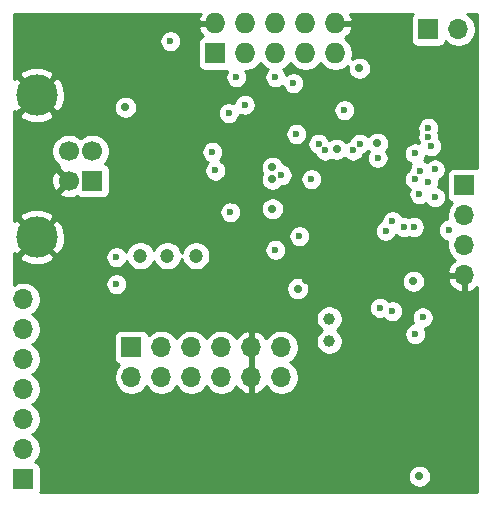
<source format=gbr>
%TF.GenerationSoftware,KiCad,Pcbnew,5.1.12*%
%TF.CreationDate,2021-12-06T16:47:01+08:00*%
%TF.ProjectId,elf2,656c6632-2e6b-4696-9361-645f70636258,rev?*%
%TF.SameCoordinates,Original*%
%TF.FileFunction,Copper,L3,Inr*%
%TF.FilePolarity,Positive*%
%FSLAX46Y46*%
G04 Gerber Fmt 4.6, Leading zero omitted, Abs format (unit mm)*
G04 Created by KiCad (PCBNEW 5.1.12) date 2021-12-06 16:47:01*
%MOMM*%
%LPD*%
G01*
G04 APERTURE LIST*
%TA.AperFunction,ComponentPad*%
%ADD10R,1.700000X1.700000*%
%TD*%
%TA.AperFunction,ComponentPad*%
%ADD11O,1.700000X1.700000*%
%TD*%
%TA.AperFunction,ComponentPad*%
%ADD12C,1.000000*%
%TD*%
%TA.AperFunction,ComponentPad*%
%ADD13R,1.727200X1.727200*%
%TD*%
%TA.AperFunction,ComponentPad*%
%ADD14O,1.727200X1.727200*%
%TD*%
%TA.AperFunction,ComponentPad*%
%ADD15C,1.700000*%
%TD*%
%TA.AperFunction,ComponentPad*%
%ADD16C,3.500000*%
%TD*%
%TA.AperFunction,ViaPad*%
%ADD17C,0.600000*%
%TD*%
%TA.AperFunction,ViaPad*%
%ADD18C,0.700000*%
%TD*%
%TA.AperFunction,ViaPad*%
%ADD19C,1.200000*%
%TD*%
%TA.AperFunction,ViaPad*%
%ADD20C,2.000000*%
%TD*%
%TA.AperFunction,Conductor*%
%ADD21C,0.254000*%
%TD*%
%TA.AperFunction,Conductor*%
%ADD22C,0.350000*%
%TD*%
%ADD23C,0.300000*%
%ADD24C,0.350000*%
G04 APERTURE END LIST*
D10*
%TO.N,+3V3*%
%TO.C,J7*%
X141986000Y-63246000D03*
D11*
%TO.N,/SWDIO*%
X141986000Y-65786000D03*
%TO.N,/SWCLK*%
X141986000Y-68326000D03*
%TO.N,GND*%
X141986000Y-70866000D03*
%TD*%
D12*
%TO.N,Net-(C8-Pad1)*%
%TO.C,Y1*%
X130556000Y-74554000D03*
%TO.N,Net-(C9-Pad1)*%
X130556000Y-76454000D03*
%TD*%
D11*
%TO.N,+3V3*%
%TO.C,J4*%
X126492000Y-79502000D03*
X126492000Y-76962000D03*
%TO.N,GND*%
X123952000Y-79502000D03*
X123952000Y-76962000D03*
%TO.N,/PMOD_6P2_4*%
X121412000Y-79502000D03*
%TO.N,/PMOD_6P_4*%
X121412000Y-76962000D03*
%TO.N,/PMOD_6P2_3*%
X118872000Y-79502000D03*
%TO.N,/PMOD_6P_3*%
X118872000Y-76962000D03*
%TO.N,/PMOD_6P2_2*%
X116332000Y-79502000D03*
%TO.N,/PMOD_6P_2*%
X116332000Y-76962000D03*
%TO.N,/PMOD_6P2_1*%
X113792000Y-79502000D03*
D10*
%TO.N,/PMOD_6P_1*%
X113792000Y-76962000D03*
%TD*%
%TO.N,/ADC_0*%
%TO.C,J8*%
X104648000Y-88138000D03*
D11*
%TO.N,/LVDSRX_N*%
X104648000Y-85598000D03*
%TO.N,/LVDSRX_P*%
X104648000Y-83058000D03*
%TO.N,/LVDSTX_N*%
X104648000Y-80518000D03*
%TO.N,/LVDSTX_P*%
X104648000Y-77978000D03*
%TO.N,/ADC_REF*%
X104648000Y-75438000D03*
%TO.N,+3V3*%
X104648000Y-72898000D03*
%TD*%
D13*
%TO.N,/TCK*%
%TO.C,J2*%
X120904000Y-52070000D03*
D14*
%TO.N,GND*%
X120904000Y-49530000D03*
%TO.N,/TDO*%
X123444000Y-52070000D03*
%TO.N,Net-(D1-Pad1)*%
X123444000Y-49530000D03*
%TO.N,/TMS*%
X125984000Y-52070000D03*
%TO.N,N/C*%
X125984000Y-49530000D03*
X128524000Y-52070000D03*
X128524000Y-49530000D03*
%TO.N,/TDI*%
X131064000Y-52070000D03*
%TO.N,GND*%
X131064000Y-49530000D03*
%TD*%
D10*
%TO.N,/JTAGEN*%
%TO.C,J3*%
X138938000Y-50038000D03*
D11*
%TO.N,+3V3*%
X141478000Y-50038000D03*
%TD*%
D10*
%TO.N,+5V*%
%TO.C,J1*%
X110490000Y-62865000D03*
D15*
%TO.N,/PORT_D-*%
X110490000Y-60365000D03*
%TO.N,/PORT_D+*%
X108490000Y-60365000D03*
%TO.N,GND*%
X108490000Y-62865000D03*
D16*
X105780000Y-67635000D03*
X105780000Y-55595000D03*
%TD*%
D17*
%TO.N,/UPU*%
X126502772Y-62384000D03*
X120650000Y-60434000D03*
D18*
%TO.N,+3V3*%
X134620000Y-59690000D03*
X125730000Y-61722004D03*
X125729994Y-62738000D03*
X131191000Y-60198000D03*
X127873873Y-71993873D03*
D19*
X116840000Y-69215000D03*
X114554000Y-69215000D03*
X119253000Y-69215000D03*
D18*
X138176000Y-87884000D03*
X133096000Y-53340000D03*
X137668000Y-71374000D03*
X113284000Y-56642000D03*
X125730000Y-65242000D03*
D20*
%TO.N,GND*%
X131826000Y-62484000D03*
D18*
X122936000Y-62738000D03*
X122936000Y-61214000D03*
X128561611Y-71306135D03*
X138938000Y-83312000D03*
X129540000Y-54102000D03*
X120650000Y-63246000D03*
X133096000Y-85598000D03*
X137414000Y-73152000D03*
X135636000Y-69596000D03*
X132460077Y-73374824D03*
X122682000Y-58420000D03*
X122428000Y-64516000D03*
X136906000Y-54864000D03*
D17*
%TO.N,/PROGRAMN*%
X127508000Y-54610000D03*
X117094000Y-51054000D03*
%TO.N,/JTAGEN*%
X131826000Y-56896000D03*
%TO.N,/TMS*%
X125984000Y-54102000D03*
%TO.N,/TCK*%
X122682000Y-54102000D03*
%TO.N,/TDI*%
X127762000Y-58901500D03*
%TO.N,/TDO*%
X123391078Y-56440922D03*
%TO.N,/SWCLK*%
X138938000Y-59182006D03*
%TO.N,/SWDIO*%
X138938000Y-58401987D03*
%TO.N,/LED_B*%
X122174000Y-65532000D03*
X112522000Y-69342000D03*
X112522000Y-71628000D03*
X128016000Y-67564000D03*
%TO.N,/LED_R*%
X125984000Y-68707000D03*
X129032006Y-62734000D03*
%TO.N,/ADC_0*%
X134636820Y-60916176D03*
%TO.N,/LVDSRX_N*%
X133124843Y-59737156D03*
%TO.N,/LVDSRX_P*%
X132559157Y-60302842D03*
%TO.N,/LVDSTX_N*%
X130203843Y-60302842D03*
%TO.N,/LVDSTX_P*%
X129638157Y-59737156D03*
%TO.N,/ADC_REF*%
X137791323Y-60556698D03*
%TO.N,/PMOD_6P2_1*%
X137706124Y-66781879D03*
%TO.N,/PMOD_6P2_2*%
X137824122Y-75848122D03*
%TO.N,/PMOD_6P2_3*%
X138446840Y-74438840D03*
%TO.N,/PMOD_6P2_4*%
X138176000Y-64008000D03*
%TO.N,/QSPI_CS*%
X135890000Y-66293990D03*
X136906000Y-66802000D03*
%TO.N,/QSPI_IO1*%
X139495951Y-64262000D03*
X138247963Y-62003371D03*
%TO.N,/QSPI_IO2*%
X137777987Y-62750883D03*
X138938000Y-62992006D03*
%TO.N,/QSPI_IO0*%
X134844865Y-73630875D03*
X139192000Y-59944000D03*
%TO.N,/QSPI_SCK*%
X135890000Y-73914000D03*
X135322502Y-67108466D03*
%TO.N,/QSPI_IO3*%
X140660021Y-67037456D03*
X139486655Y-61898798D03*
%TO.N,/CLK*%
X122032000Y-57150000D03*
X120904000Y-61994000D03*
%TD*%
D21*
%TO.N,GND*%
X119547036Y-48894022D02*
X119449037Y-49170973D01*
X119569536Y-49403000D01*
X120777000Y-49403000D01*
X120777000Y-49383000D01*
X121031000Y-49383000D01*
X121031000Y-49403000D01*
X121051000Y-49403000D01*
X121051000Y-49657000D01*
X121031000Y-49657000D01*
X121031000Y-49677000D01*
X120777000Y-49677000D01*
X120777000Y-49657000D01*
X119569536Y-49657000D01*
X119449037Y-49889027D01*
X119547036Y-50165978D01*
X119697183Y-50418488D01*
X119858692Y-50597947D01*
X119796220Y-50616898D01*
X119685906Y-50675863D01*
X119589215Y-50755215D01*
X119509863Y-50851906D01*
X119450898Y-50962220D01*
X119414588Y-51081918D01*
X119402328Y-51206400D01*
X119402328Y-52933600D01*
X119414588Y-53058082D01*
X119450898Y-53177780D01*
X119509863Y-53288094D01*
X119589215Y-53384785D01*
X119685906Y-53464137D01*
X119796220Y-53523102D01*
X119915918Y-53559412D01*
X120040400Y-53571672D01*
X121767600Y-53571672D01*
X121892082Y-53559412D01*
X121927136Y-53548779D01*
X121853414Y-53659111D01*
X121782932Y-53829271D01*
X121747000Y-54009911D01*
X121747000Y-54194089D01*
X121782932Y-54374729D01*
X121853414Y-54544889D01*
X121955738Y-54698028D01*
X122085972Y-54828262D01*
X122239111Y-54930586D01*
X122409271Y-55001068D01*
X122589911Y-55037000D01*
X122774089Y-55037000D01*
X122954729Y-55001068D01*
X123124889Y-54930586D01*
X123278028Y-54828262D01*
X123408262Y-54698028D01*
X123510586Y-54544889D01*
X123581068Y-54374729D01*
X123617000Y-54194089D01*
X123617000Y-54009911D01*
X123581068Y-53829271D01*
X123510586Y-53659111D01*
X123450109Y-53568600D01*
X123591599Y-53568600D01*
X123881125Y-53511010D01*
X124153853Y-53398042D01*
X124399302Y-53234039D01*
X124608039Y-53025302D01*
X124714000Y-52866719D01*
X124819961Y-53025302D01*
X125028698Y-53234039D01*
X125274147Y-53398042D01*
X125338862Y-53424848D01*
X125257738Y-53505972D01*
X125155414Y-53659111D01*
X125084932Y-53829271D01*
X125049000Y-54009911D01*
X125049000Y-54194089D01*
X125084932Y-54374729D01*
X125155414Y-54544889D01*
X125257738Y-54698028D01*
X125387972Y-54828262D01*
X125541111Y-54930586D01*
X125711271Y-55001068D01*
X125891911Y-55037000D01*
X126076089Y-55037000D01*
X126256729Y-55001068D01*
X126426889Y-54930586D01*
X126580028Y-54828262D01*
X126595100Y-54813190D01*
X126608932Y-54882729D01*
X126679414Y-55052889D01*
X126781738Y-55206028D01*
X126911972Y-55336262D01*
X127065111Y-55438586D01*
X127235271Y-55509068D01*
X127415911Y-55545000D01*
X127600089Y-55545000D01*
X127780729Y-55509068D01*
X127950889Y-55438586D01*
X128104028Y-55336262D01*
X128234262Y-55206028D01*
X128336586Y-55052889D01*
X128407068Y-54882729D01*
X128443000Y-54702089D01*
X128443000Y-54517911D01*
X128407068Y-54337271D01*
X128336586Y-54167111D01*
X128234262Y-54013972D01*
X128104028Y-53883738D01*
X127950889Y-53781414D01*
X127780729Y-53710932D01*
X127600089Y-53675000D01*
X127415911Y-53675000D01*
X127235271Y-53710932D01*
X127065111Y-53781414D01*
X126911972Y-53883738D01*
X126896900Y-53898810D01*
X126883068Y-53829271D01*
X126812586Y-53659111D01*
X126710262Y-53505972D01*
X126629138Y-53424848D01*
X126693853Y-53398042D01*
X126939302Y-53234039D01*
X127148039Y-53025302D01*
X127254000Y-52866719D01*
X127359961Y-53025302D01*
X127568698Y-53234039D01*
X127814147Y-53398042D01*
X128086875Y-53511010D01*
X128376401Y-53568600D01*
X128671599Y-53568600D01*
X128961125Y-53511010D01*
X129233853Y-53398042D01*
X129479302Y-53234039D01*
X129688039Y-53025302D01*
X129794000Y-52866719D01*
X129899961Y-53025302D01*
X130108698Y-53234039D01*
X130354147Y-53398042D01*
X130626875Y-53511010D01*
X130916401Y-53568600D01*
X131211599Y-53568600D01*
X131501125Y-53511010D01*
X131773853Y-53398042D01*
X132019302Y-53234039D01*
X132135990Y-53117351D01*
X132111000Y-53242986D01*
X132111000Y-53437014D01*
X132148853Y-53627314D01*
X132223104Y-53806572D01*
X132330901Y-53967901D01*
X132468099Y-54105099D01*
X132629428Y-54212896D01*
X132808686Y-54287147D01*
X132998986Y-54325000D01*
X133193014Y-54325000D01*
X133383314Y-54287147D01*
X133562572Y-54212896D01*
X133723901Y-54105099D01*
X133861099Y-53967901D01*
X133968896Y-53806572D01*
X134043147Y-53627314D01*
X134081000Y-53437014D01*
X134081000Y-53242986D01*
X134043147Y-53052686D01*
X133968896Y-52873428D01*
X133861099Y-52712099D01*
X133723901Y-52574901D01*
X133562572Y-52467104D01*
X133383314Y-52392853D01*
X133193014Y-52355000D01*
X132998986Y-52355000D01*
X132808686Y-52392853D01*
X132629428Y-52467104D01*
X132480318Y-52566736D01*
X132505010Y-52507125D01*
X132562600Y-52217599D01*
X132562600Y-51922401D01*
X132505010Y-51632875D01*
X132392042Y-51360147D01*
X132228039Y-51114698D01*
X132019302Y-50905961D01*
X131858187Y-50798308D01*
X132074293Y-50636854D01*
X132270817Y-50418488D01*
X132420964Y-50165978D01*
X132518963Y-49889027D01*
X132398464Y-49657000D01*
X131191000Y-49657000D01*
X131191000Y-49677000D01*
X130937000Y-49677000D01*
X130937000Y-49657000D01*
X130917000Y-49657000D01*
X130917000Y-49403000D01*
X130937000Y-49403000D01*
X130937000Y-49383000D01*
X131191000Y-49383000D01*
X131191000Y-49403000D01*
X132398464Y-49403000D01*
X132518963Y-49170973D01*
X132420964Y-48894022D01*
X132315109Y-48716000D01*
X137662178Y-48716000D01*
X137636815Y-48736815D01*
X137557463Y-48833506D01*
X137498498Y-48943820D01*
X137462188Y-49063518D01*
X137449928Y-49188000D01*
X137449928Y-50888000D01*
X137462188Y-51012482D01*
X137498498Y-51132180D01*
X137557463Y-51242494D01*
X137636815Y-51339185D01*
X137733506Y-51418537D01*
X137843820Y-51477502D01*
X137963518Y-51513812D01*
X138088000Y-51526072D01*
X139788000Y-51526072D01*
X139912482Y-51513812D01*
X140032180Y-51477502D01*
X140142494Y-51418537D01*
X140239185Y-51339185D01*
X140318537Y-51242494D01*
X140377502Y-51132180D01*
X140399513Y-51059620D01*
X140531368Y-51191475D01*
X140774589Y-51353990D01*
X141044842Y-51465932D01*
X141331740Y-51523000D01*
X141624260Y-51523000D01*
X141911158Y-51465932D01*
X142181411Y-51353990D01*
X142424632Y-51191475D01*
X142631475Y-50984632D01*
X142793990Y-50741411D01*
X142905932Y-50471158D01*
X142963000Y-50184260D01*
X142963000Y-49891740D01*
X142905932Y-49604842D01*
X142793990Y-49334589D01*
X142631475Y-49091368D01*
X142424632Y-48884525D01*
X142181411Y-48722010D01*
X142166902Y-48716000D01*
X143054000Y-48716000D01*
X143054000Y-61798556D01*
X142960482Y-61770188D01*
X142836000Y-61757928D01*
X141136000Y-61757928D01*
X141011518Y-61770188D01*
X140891820Y-61806498D01*
X140781506Y-61865463D01*
X140684815Y-61944815D01*
X140605463Y-62041506D01*
X140546498Y-62151820D01*
X140510188Y-62271518D01*
X140497928Y-62396000D01*
X140497928Y-64096000D01*
X140510188Y-64220482D01*
X140546498Y-64340180D01*
X140605463Y-64450494D01*
X140684815Y-64547185D01*
X140781506Y-64626537D01*
X140891820Y-64685502D01*
X140964380Y-64707513D01*
X140832525Y-64839368D01*
X140670010Y-65082589D01*
X140558068Y-65352842D01*
X140501000Y-65639740D01*
X140501000Y-65932260D01*
X140536113Y-66108785D01*
X140387292Y-66138388D01*
X140217132Y-66208870D01*
X140063993Y-66311194D01*
X139933759Y-66441428D01*
X139831435Y-66594567D01*
X139760953Y-66764727D01*
X139725021Y-66945367D01*
X139725021Y-67129545D01*
X139760953Y-67310185D01*
X139831435Y-67480345D01*
X139933759Y-67633484D01*
X140063993Y-67763718D01*
X140217132Y-67866042D01*
X140387292Y-67936524D01*
X140543210Y-67967538D01*
X140501000Y-68179740D01*
X140501000Y-68472260D01*
X140558068Y-68759158D01*
X140670010Y-69029411D01*
X140832525Y-69272632D01*
X141039368Y-69479475D01*
X141221534Y-69601195D01*
X141104645Y-69670822D01*
X140888412Y-69865731D01*
X140714359Y-70099080D01*
X140589175Y-70361901D01*
X140544524Y-70509110D01*
X140665845Y-70739000D01*
X141859000Y-70739000D01*
X141859000Y-70719000D01*
X142113000Y-70719000D01*
X142113000Y-70739000D01*
X142133000Y-70739000D01*
X142133000Y-70993000D01*
X142113000Y-70993000D01*
X142113000Y-72186814D01*
X142342891Y-72307481D01*
X142617252Y-72210157D01*
X142867355Y-72061178D01*
X143054001Y-71892939D01*
X143054001Y-89206000D01*
X106095444Y-89206000D01*
X106123812Y-89112482D01*
X106136072Y-88988000D01*
X106136072Y-87786986D01*
X137191000Y-87786986D01*
X137191000Y-87981014D01*
X137228853Y-88171314D01*
X137303104Y-88350572D01*
X137410901Y-88511901D01*
X137548099Y-88649099D01*
X137709428Y-88756896D01*
X137888686Y-88831147D01*
X138078986Y-88869000D01*
X138273014Y-88869000D01*
X138463314Y-88831147D01*
X138642572Y-88756896D01*
X138803901Y-88649099D01*
X138941099Y-88511901D01*
X139048896Y-88350572D01*
X139123147Y-88171314D01*
X139161000Y-87981014D01*
X139161000Y-87786986D01*
X139123147Y-87596686D01*
X139048896Y-87417428D01*
X138941099Y-87256099D01*
X138803901Y-87118901D01*
X138642572Y-87011104D01*
X138463314Y-86936853D01*
X138273014Y-86899000D01*
X138078986Y-86899000D01*
X137888686Y-86936853D01*
X137709428Y-87011104D01*
X137548099Y-87118901D01*
X137410901Y-87256099D01*
X137303104Y-87417428D01*
X137228853Y-87596686D01*
X137191000Y-87786986D01*
X106136072Y-87786986D01*
X106136072Y-87288000D01*
X106123812Y-87163518D01*
X106087502Y-87043820D01*
X106028537Y-86933506D01*
X105949185Y-86836815D01*
X105852494Y-86757463D01*
X105742180Y-86698498D01*
X105669620Y-86676487D01*
X105801475Y-86544632D01*
X105963990Y-86301411D01*
X106075932Y-86031158D01*
X106133000Y-85744260D01*
X106133000Y-85451740D01*
X106075932Y-85164842D01*
X105963990Y-84894589D01*
X105801475Y-84651368D01*
X105594632Y-84444525D01*
X105420240Y-84328000D01*
X105594632Y-84211475D01*
X105801475Y-84004632D01*
X105963990Y-83761411D01*
X106075932Y-83491158D01*
X106133000Y-83204260D01*
X106133000Y-82911740D01*
X106075932Y-82624842D01*
X105963990Y-82354589D01*
X105801475Y-82111368D01*
X105594632Y-81904525D01*
X105420240Y-81788000D01*
X105594632Y-81671475D01*
X105801475Y-81464632D01*
X105963990Y-81221411D01*
X106075932Y-80951158D01*
X106133000Y-80664260D01*
X106133000Y-80371740D01*
X106075932Y-80084842D01*
X105963990Y-79814589D01*
X105801475Y-79571368D01*
X105594632Y-79364525D01*
X105420240Y-79248000D01*
X105594632Y-79131475D01*
X105801475Y-78924632D01*
X105963990Y-78681411D01*
X106075932Y-78411158D01*
X106133000Y-78124260D01*
X106133000Y-77831740D01*
X106075932Y-77544842D01*
X105963990Y-77274589D01*
X105801475Y-77031368D01*
X105594632Y-76824525D01*
X105420240Y-76708000D01*
X105594632Y-76591475D01*
X105801475Y-76384632D01*
X105963990Y-76141411D01*
X105976172Y-76112000D01*
X112303928Y-76112000D01*
X112303928Y-77812000D01*
X112316188Y-77936482D01*
X112352498Y-78056180D01*
X112411463Y-78166494D01*
X112490815Y-78263185D01*
X112587506Y-78342537D01*
X112697820Y-78401502D01*
X112770380Y-78423513D01*
X112638525Y-78555368D01*
X112476010Y-78798589D01*
X112364068Y-79068842D01*
X112307000Y-79355740D01*
X112307000Y-79648260D01*
X112364068Y-79935158D01*
X112476010Y-80205411D01*
X112638525Y-80448632D01*
X112845368Y-80655475D01*
X113088589Y-80817990D01*
X113358842Y-80929932D01*
X113645740Y-80987000D01*
X113938260Y-80987000D01*
X114225158Y-80929932D01*
X114495411Y-80817990D01*
X114738632Y-80655475D01*
X114945475Y-80448632D01*
X115062000Y-80274240D01*
X115178525Y-80448632D01*
X115385368Y-80655475D01*
X115628589Y-80817990D01*
X115898842Y-80929932D01*
X116185740Y-80987000D01*
X116478260Y-80987000D01*
X116765158Y-80929932D01*
X117035411Y-80817990D01*
X117278632Y-80655475D01*
X117485475Y-80448632D01*
X117602000Y-80274240D01*
X117718525Y-80448632D01*
X117925368Y-80655475D01*
X118168589Y-80817990D01*
X118438842Y-80929932D01*
X118725740Y-80987000D01*
X119018260Y-80987000D01*
X119305158Y-80929932D01*
X119575411Y-80817990D01*
X119818632Y-80655475D01*
X120025475Y-80448632D01*
X120142000Y-80274240D01*
X120258525Y-80448632D01*
X120465368Y-80655475D01*
X120708589Y-80817990D01*
X120978842Y-80929932D01*
X121265740Y-80987000D01*
X121558260Y-80987000D01*
X121845158Y-80929932D01*
X122115411Y-80817990D01*
X122358632Y-80655475D01*
X122565475Y-80448632D01*
X122687195Y-80266466D01*
X122756822Y-80383355D01*
X122951731Y-80599588D01*
X123185080Y-80773641D01*
X123447901Y-80898825D01*
X123595110Y-80943476D01*
X123825000Y-80822155D01*
X123825000Y-79629000D01*
X123805000Y-79629000D01*
X123805000Y-79375000D01*
X123825000Y-79375000D01*
X123825000Y-77089000D01*
X123805000Y-77089000D01*
X123805000Y-76835000D01*
X123825000Y-76835000D01*
X123825000Y-75641845D01*
X124079000Y-75641845D01*
X124079000Y-76835000D01*
X124099000Y-76835000D01*
X124099000Y-77089000D01*
X124079000Y-77089000D01*
X124079000Y-79375000D01*
X124099000Y-79375000D01*
X124099000Y-79629000D01*
X124079000Y-79629000D01*
X124079000Y-80822155D01*
X124308890Y-80943476D01*
X124456099Y-80898825D01*
X124718920Y-80773641D01*
X124952269Y-80599588D01*
X125147178Y-80383355D01*
X125216805Y-80266466D01*
X125338525Y-80448632D01*
X125545368Y-80655475D01*
X125788589Y-80817990D01*
X126058842Y-80929932D01*
X126345740Y-80987000D01*
X126638260Y-80987000D01*
X126925158Y-80929932D01*
X127195411Y-80817990D01*
X127438632Y-80655475D01*
X127645475Y-80448632D01*
X127807990Y-80205411D01*
X127919932Y-79935158D01*
X127977000Y-79648260D01*
X127977000Y-79355740D01*
X127919932Y-79068842D01*
X127807990Y-78798589D01*
X127645475Y-78555368D01*
X127438632Y-78348525D01*
X127264240Y-78232000D01*
X127438632Y-78115475D01*
X127645475Y-77908632D01*
X127807990Y-77665411D01*
X127919932Y-77395158D01*
X127977000Y-77108260D01*
X127977000Y-76815740D01*
X127919932Y-76528842D01*
X127807990Y-76258589D01*
X127645475Y-76015368D01*
X127438632Y-75808525D01*
X127195411Y-75646010D01*
X126925158Y-75534068D01*
X126638260Y-75477000D01*
X126345740Y-75477000D01*
X126058842Y-75534068D01*
X125788589Y-75646010D01*
X125545368Y-75808525D01*
X125338525Y-76015368D01*
X125216805Y-76197534D01*
X125147178Y-76080645D01*
X124952269Y-75864412D01*
X124718920Y-75690359D01*
X124456099Y-75565175D01*
X124308890Y-75520524D01*
X124079000Y-75641845D01*
X123825000Y-75641845D01*
X123595110Y-75520524D01*
X123447901Y-75565175D01*
X123185080Y-75690359D01*
X122951731Y-75864412D01*
X122756822Y-76080645D01*
X122687195Y-76197534D01*
X122565475Y-76015368D01*
X122358632Y-75808525D01*
X122115411Y-75646010D01*
X121845158Y-75534068D01*
X121558260Y-75477000D01*
X121265740Y-75477000D01*
X120978842Y-75534068D01*
X120708589Y-75646010D01*
X120465368Y-75808525D01*
X120258525Y-76015368D01*
X120142000Y-76189760D01*
X120025475Y-76015368D01*
X119818632Y-75808525D01*
X119575411Y-75646010D01*
X119305158Y-75534068D01*
X119018260Y-75477000D01*
X118725740Y-75477000D01*
X118438842Y-75534068D01*
X118168589Y-75646010D01*
X117925368Y-75808525D01*
X117718525Y-76015368D01*
X117602000Y-76189760D01*
X117485475Y-76015368D01*
X117278632Y-75808525D01*
X117035411Y-75646010D01*
X116765158Y-75534068D01*
X116478260Y-75477000D01*
X116185740Y-75477000D01*
X115898842Y-75534068D01*
X115628589Y-75646010D01*
X115385368Y-75808525D01*
X115253513Y-75940380D01*
X115231502Y-75867820D01*
X115172537Y-75757506D01*
X115093185Y-75660815D01*
X114996494Y-75581463D01*
X114886180Y-75522498D01*
X114766482Y-75486188D01*
X114642000Y-75473928D01*
X112942000Y-75473928D01*
X112817518Y-75486188D01*
X112697820Y-75522498D01*
X112587506Y-75581463D01*
X112490815Y-75660815D01*
X112411463Y-75757506D01*
X112352498Y-75867820D01*
X112316188Y-75987518D01*
X112303928Y-76112000D01*
X105976172Y-76112000D01*
X106075932Y-75871158D01*
X106133000Y-75584260D01*
X106133000Y-75291740D01*
X106075932Y-75004842D01*
X105963990Y-74734589D01*
X105801475Y-74491368D01*
X105752319Y-74442212D01*
X129421000Y-74442212D01*
X129421000Y-74665788D01*
X129464617Y-74885067D01*
X129550176Y-75091624D01*
X129674388Y-75277520D01*
X129832480Y-75435612D01*
X129934830Y-75504000D01*
X129832480Y-75572388D01*
X129674388Y-75730480D01*
X129550176Y-75916376D01*
X129464617Y-76122933D01*
X129421000Y-76342212D01*
X129421000Y-76565788D01*
X129464617Y-76785067D01*
X129550176Y-76991624D01*
X129674388Y-77177520D01*
X129832480Y-77335612D01*
X130018376Y-77459824D01*
X130224933Y-77545383D01*
X130444212Y-77589000D01*
X130667788Y-77589000D01*
X130887067Y-77545383D01*
X131093624Y-77459824D01*
X131279520Y-77335612D01*
X131437612Y-77177520D01*
X131561824Y-76991624D01*
X131647383Y-76785067D01*
X131691000Y-76565788D01*
X131691000Y-76342212D01*
X131647383Y-76122933D01*
X131561824Y-75916376D01*
X131454687Y-75756033D01*
X136889122Y-75756033D01*
X136889122Y-75940211D01*
X136925054Y-76120851D01*
X136995536Y-76291011D01*
X137097860Y-76444150D01*
X137228094Y-76574384D01*
X137381233Y-76676708D01*
X137551393Y-76747190D01*
X137732033Y-76783122D01*
X137916211Y-76783122D01*
X138096851Y-76747190D01*
X138267011Y-76676708D01*
X138420150Y-76574384D01*
X138550384Y-76444150D01*
X138652708Y-76291011D01*
X138723190Y-76120851D01*
X138759122Y-75940211D01*
X138759122Y-75756033D01*
X138723190Y-75575393D01*
X138652708Y-75405233D01*
X138620844Y-75357546D01*
X138719569Y-75337908D01*
X138889729Y-75267426D01*
X139042868Y-75165102D01*
X139173102Y-75034868D01*
X139275426Y-74881729D01*
X139345908Y-74711569D01*
X139381840Y-74530929D01*
X139381840Y-74346751D01*
X139345908Y-74166111D01*
X139275426Y-73995951D01*
X139173102Y-73842812D01*
X139042868Y-73712578D01*
X138889729Y-73610254D01*
X138719569Y-73539772D01*
X138538929Y-73503840D01*
X138354751Y-73503840D01*
X138174111Y-73539772D01*
X138003951Y-73610254D01*
X137850812Y-73712578D01*
X137720578Y-73842812D01*
X137618254Y-73995951D01*
X137547772Y-74166111D01*
X137511840Y-74346751D01*
X137511840Y-74530929D01*
X137547772Y-74711569D01*
X137618254Y-74881729D01*
X137650118Y-74929416D01*
X137551393Y-74949054D01*
X137381233Y-75019536D01*
X137228094Y-75121860D01*
X137097860Y-75252094D01*
X136995536Y-75405233D01*
X136925054Y-75575393D01*
X136889122Y-75756033D01*
X131454687Y-75756033D01*
X131437612Y-75730480D01*
X131279520Y-75572388D01*
X131177170Y-75504000D01*
X131279520Y-75435612D01*
X131437612Y-75277520D01*
X131561824Y-75091624D01*
X131647383Y-74885067D01*
X131691000Y-74665788D01*
X131691000Y-74442212D01*
X131647383Y-74222933D01*
X131561824Y-74016376D01*
X131437612Y-73830480D01*
X131279520Y-73672388D01*
X131093624Y-73548176D01*
X131070955Y-73538786D01*
X133909865Y-73538786D01*
X133909865Y-73722964D01*
X133945797Y-73903604D01*
X134016279Y-74073764D01*
X134118603Y-74226903D01*
X134248837Y-74357137D01*
X134401976Y-74459461D01*
X134572136Y-74529943D01*
X134752776Y-74565875D01*
X134936954Y-74565875D01*
X135117594Y-74529943D01*
X135164305Y-74510595D01*
X135293972Y-74640262D01*
X135447111Y-74742586D01*
X135617271Y-74813068D01*
X135797911Y-74849000D01*
X135982089Y-74849000D01*
X136162729Y-74813068D01*
X136332889Y-74742586D01*
X136486028Y-74640262D01*
X136616262Y-74510028D01*
X136718586Y-74356889D01*
X136789068Y-74186729D01*
X136825000Y-74006089D01*
X136825000Y-73821911D01*
X136789068Y-73641271D01*
X136718586Y-73471111D01*
X136616262Y-73317972D01*
X136486028Y-73187738D01*
X136332889Y-73085414D01*
X136162729Y-73014932D01*
X135982089Y-72979000D01*
X135797911Y-72979000D01*
X135617271Y-73014932D01*
X135570560Y-73034280D01*
X135440893Y-72904613D01*
X135287754Y-72802289D01*
X135117594Y-72731807D01*
X134936954Y-72695875D01*
X134752776Y-72695875D01*
X134572136Y-72731807D01*
X134401976Y-72802289D01*
X134248837Y-72904613D01*
X134118603Y-73034847D01*
X134016279Y-73187986D01*
X133945797Y-73358146D01*
X133909865Y-73538786D01*
X131070955Y-73538786D01*
X130887067Y-73462617D01*
X130667788Y-73419000D01*
X130444212Y-73419000D01*
X130224933Y-73462617D01*
X130018376Y-73548176D01*
X129832480Y-73672388D01*
X129674388Y-73830480D01*
X129550176Y-74016376D01*
X129464617Y-74222933D01*
X129421000Y-74442212D01*
X105752319Y-74442212D01*
X105594632Y-74284525D01*
X105420240Y-74168000D01*
X105594632Y-74051475D01*
X105801475Y-73844632D01*
X105963990Y-73601411D01*
X106075932Y-73331158D01*
X106133000Y-73044260D01*
X106133000Y-72751740D01*
X106075932Y-72464842D01*
X105963990Y-72194589D01*
X105801475Y-71951368D01*
X105594632Y-71744525D01*
X105351411Y-71582010D01*
X105240118Y-71535911D01*
X111587000Y-71535911D01*
X111587000Y-71720089D01*
X111622932Y-71900729D01*
X111693414Y-72070889D01*
X111795738Y-72224028D01*
X111925972Y-72354262D01*
X112079111Y-72456586D01*
X112249271Y-72527068D01*
X112429911Y-72563000D01*
X112614089Y-72563000D01*
X112794729Y-72527068D01*
X112964889Y-72456586D01*
X113118028Y-72354262D01*
X113248262Y-72224028D01*
X113350586Y-72070889D01*
X113421068Y-71900729D01*
X113421837Y-71896859D01*
X126888873Y-71896859D01*
X126888873Y-72090887D01*
X126926726Y-72281187D01*
X127000977Y-72460445D01*
X127108774Y-72621774D01*
X127245972Y-72758972D01*
X127407301Y-72866769D01*
X127586559Y-72941020D01*
X127776859Y-72978873D01*
X127970887Y-72978873D01*
X128161187Y-72941020D01*
X128340445Y-72866769D01*
X128501774Y-72758972D01*
X128638972Y-72621774D01*
X128746769Y-72460445D01*
X128821020Y-72281187D01*
X128858873Y-72090887D01*
X128858873Y-71896859D01*
X128821020Y-71706559D01*
X128746769Y-71527301D01*
X128638972Y-71365972D01*
X128549986Y-71276986D01*
X136683000Y-71276986D01*
X136683000Y-71471014D01*
X136720853Y-71661314D01*
X136795104Y-71840572D01*
X136902901Y-72001901D01*
X137040099Y-72139099D01*
X137201428Y-72246896D01*
X137380686Y-72321147D01*
X137570986Y-72359000D01*
X137765014Y-72359000D01*
X137955314Y-72321147D01*
X138134572Y-72246896D01*
X138295901Y-72139099D01*
X138433099Y-72001901D01*
X138540896Y-71840572D01*
X138615147Y-71661314D01*
X138653000Y-71471014D01*
X138653000Y-71276986D01*
X138642240Y-71222890D01*
X140544524Y-71222890D01*
X140589175Y-71370099D01*
X140714359Y-71632920D01*
X140888412Y-71866269D01*
X141104645Y-72061178D01*
X141354748Y-72210157D01*
X141629109Y-72307481D01*
X141859000Y-72186814D01*
X141859000Y-70993000D01*
X140665845Y-70993000D01*
X140544524Y-71222890D01*
X138642240Y-71222890D01*
X138615147Y-71086686D01*
X138540896Y-70907428D01*
X138433099Y-70746099D01*
X138295901Y-70608901D01*
X138134572Y-70501104D01*
X137955314Y-70426853D01*
X137765014Y-70389000D01*
X137570986Y-70389000D01*
X137380686Y-70426853D01*
X137201428Y-70501104D01*
X137040099Y-70608901D01*
X136902901Y-70746099D01*
X136795104Y-70907428D01*
X136720853Y-71086686D01*
X136683000Y-71276986D01*
X128549986Y-71276986D01*
X128501774Y-71228774D01*
X128340445Y-71120977D01*
X128161187Y-71046726D01*
X127970887Y-71008873D01*
X127776859Y-71008873D01*
X127586559Y-71046726D01*
X127407301Y-71120977D01*
X127245972Y-71228774D01*
X127108774Y-71365972D01*
X127000977Y-71527301D01*
X126926726Y-71706559D01*
X126888873Y-71896859D01*
X113421837Y-71896859D01*
X113457000Y-71720089D01*
X113457000Y-71535911D01*
X113421068Y-71355271D01*
X113350586Y-71185111D01*
X113248262Y-71031972D01*
X113118028Y-70901738D01*
X112964889Y-70799414D01*
X112794729Y-70728932D01*
X112614089Y-70693000D01*
X112429911Y-70693000D01*
X112249271Y-70728932D01*
X112079111Y-70799414D01*
X111925972Y-70901738D01*
X111795738Y-71031972D01*
X111693414Y-71185111D01*
X111622932Y-71355271D01*
X111587000Y-71535911D01*
X105240118Y-71535911D01*
X105081158Y-71470068D01*
X104794260Y-71413000D01*
X104501740Y-71413000D01*
X104214842Y-71470068D01*
X103944589Y-71582010D01*
X103834000Y-71655903D01*
X103834000Y-69304609D01*
X104289997Y-69304609D01*
X104476073Y-69645766D01*
X104893409Y-69861513D01*
X105344815Y-69991696D01*
X105812946Y-70031313D01*
X106279811Y-69978842D01*
X106727468Y-69836297D01*
X107083927Y-69645766D01*
X107270003Y-69304609D01*
X107215306Y-69249911D01*
X111587000Y-69249911D01*
X111587000Y-69434089D01*
X111622932Y-69614729D01*
X111693414Y-69784889D01*
X111795738Y-69938028D01*
X111925972Y-70068262D01*
X112079111Y-70170586D01*
X112249271Y-70241068D01*
X112429911Y-70277000D01*
X112614089Y-70277000D01*
X112794729Y-70241068D01*
X112964889Y-70170586D01*
X113118028Y-70068262D01*
X113248262Y-69938028D01*
X113350586Y-69784889D01*
X113401943Y-69660900D01*
X113459557Y-69799992D01*
X113594713Y-70002267D01*
X113766733Y-70174287D01*
X113969008Y-70309443D01*
X114193764Y-70402540D01*
X114432363Y-70450000D01*
X114675637Y-70450000D01*
X114914236Y-70402540D01*
X115138992Y-70309443D01*
X115341267Y-70174287D01*
X115513287Y-70002267D01*
X115648443Y-69799992D01*
X115697000Y-69682765D01*
X115745557Y-69799992D01*
X115880713Y-70002267D01*
X116052733Y-70174287D01*
X116255008Y-70309443D01*
X116479764Y-70402540D01*
X116718363Y-70450000D01*
X116961637Y-70450000D01*
X117200236Y-70402540D01*
X117424992Y-70309443D01*
X117627267Y-70174287D01*
X117799287Y-70002267D01*
X117934443Y-69799992D01*
X118027540Y-69575236D01*
X118046500Y-69479917D01*
X118065460Y-69575236D01*
X118158557Y-69799992D01*
X118293713Y-70002267D01*
X118465733Y-70174287D01*
X118668008Y-70309443D01*
X118892764Y-70402540D01*
X119131363Y-70450000D01*
X119374637Y-70450000D01*
X119613236Y-70402540D01*
X119837992Y-70309443D01*
X120040267Y-70174287D01*
X120212287Y-70002267D01*
X120347443Y-69799992D01*
X120440540Y-69575236D01*
X120488000Y-69336637D01*
X120488000Y-69093363D01*
X120440540Y-68854764D01*
X120347443Y-68630008D01*
X120337356Y-68614911D01*
X125049000Y-68614911D01*
X125049000Y-68799089D01*
X125084932Y-68979729D01*
X125155414Y-69149889D01*
X125257738Y-69303028D01*
X125387972Y-69433262D01*
X125541111Y-69535586D01*
X125711271Y-69606068D01*
X125891911Y-69642000D01*
X126076089Y-69642000D01*
X126256729Y-69606068D01*
X126426889Y-69535586D01*
X126580028Y-69433262D01*
X126710262Y-69303028D01*
X126812586Y-69149889D01*
X126883068Y-68979729D01*
X126919000Y-68799089D01*
X126919000Y-68614911D01*
X126883068Y-68434271D01*
X126812586Y-68264111D01*
X126710262Y-68110972D01*
X126580028Y-67980738D01*
X126426889Y-67878414D01*
X126256729Y-67807932D01*
X126076089Y-67772000D01*
X125891911Y-67772000D01*
X125711271Y-67807932D01*
X125541111Y-67878414D01*
X125387972Y-67980738D01*
X125257738Y-68110972D01*
X125155414Y-68264111D01*
X125084932Y-68434271D01*
X125049000Y-68614911D01*
X120337356Y-68614911D01*
X120212287Y-68427733D01*
X120040267Y-68255713D01*
X119837992Y-68120557D01*
X119613236Y-68027460D01*
X119374637Y-67980000D01*
X119131363Y-67980000D01*
X118892764Y-68027460D01*
X118668008Y-68120557D01*
X118465733Y-68255713D01*
X118293713Y-68427733D01*
X118158557Y-68630008D01*
X118065460Y-68854764D01*
X118046500Y-68950083D01*
X118027540Y-68854764D01*
X117934443Y-68630008D01*
X117799287Y-68427733D01*
X117627267Y-68255713D01*
X117424992Y-68120557D01*
X117200236Y-68027460D01*
X116961637Y-67980000D01*
X116718363Y-67980000D01*
X116479764Y-68027460D01*
X116255008Y-68120557D01*
X116052733Y-68255713D01*
X115880713Y-68427733D01*
X115745557Y-68630008D01*
X115697000Y-68747235D01*
X115648443Y-68630008D01*
X115513287Y-68427733D01*
X115341267Y-68255713D01*
X115138992Y-68120557D01*
X114914236Y-68027460D01*
X114675637Y-67980000D01*
X114432363Y-67980000D01*
X114193764Y-68027460D01*
X113969008Y-68120557D01*
X113766733Y-68255713D01*
X113594713Y-68427733D01*
X113459557Y-68630008D01*
X113366460Y-68854764D01*
X113355351Y-68910614D01*
X113350586Y-68899111D01*
X113248262Y-68745972D01*
X113118028Y-68615738D01*
X112964889Y-68513414D01*
X112794729Y-68442932D01*
X112614089Y-68407000D01*
X112429911Y-68407000D01*
X112249271Y-68442932D01*
X112079111Y-68513414D01*
X111925972Y-68615738D01*
X111795738Y-68745972D01*
X111693414Y-68899111D01*
X111622932Y-69069271D01*
X111587000Y-69249911D01*
X107215306Y-69249911D01*
X105780000Y-67814605D01*
X104289997Y-69304609D01*
X103834000Y-69304609D01*
X103834000Y-68974252D01*
X104110391Y-69125003D01*
X105600395Y-67635000D01*
X105959605Y-67635000D01*
X107449609Y-69125003D01*
X107790766Y-68938927D01*
X108006513Y-68521591D01*
X108136696Y-68070185D01*
X108176313Y-67602054D01*
X108161687Y-67471911D01*
X127081000Y-67471911D01*
X127081000Y-67656089D01*
X127116932Y-67836729D01*
X127187414Y-68006889D01*
X127289738Y-68160028D01*
X127419972Y-68290262D01*
X127573111Y-68392586D01*
X127743271Y-68463068D01*
X127923911Y-68499000D01*
X128108089Y-68499000D01*
X128288729Y-68463068D01*
X128458889Y-68392586D01*
X128612028Y-68290262D01*
X128742262Y-68160028D01*
X128844586Y-68006889D01*
X128915068Y-67836729D01*
X128951000Y-67656089D01*
X128951000Y-67471911D01*
X128915068Y-67291271D01*
X128844586Y-67121111D01*
X128774606Y-67016377D01*
X134387502Y-67016377D01*
X134387502Y-67200555D01*
X134423434Y-67381195D01*
X134493916Y-67551355D01*
X134596240Y-67704494D01*
X134726474Y-67834728D01*
X134879613Y-67937052D01*
X135049773Y-68007534D01*
X135230413Y-68043466D01*
X135414591Y-68043466D01*
X135595231Y-68007534D01*
X135765391Y-67937052D01*
X135918530Y-67834728D01*
X136048764Y-67704494D01*
X136151088Y-67551355D01*
X136204388Y-67422678D01*
X136309972Y-67528262D01*
X136463111Y-67630586D01*
X136633271Y-67701068D01*
X136813911Y-67737000D01*
X136998089Y-67737000D01*
X137178729Y-67701068D01*
X137330350Y-67638265D01*
X137433395Y-67680947D01*
X137614035Y-67716879D01*
X137798213Y-67716879D01*
X137978853Y-67680947D01*
X138149013Y-67610465D01*
X138302152Y-67508141D01*
X138432386Y-67377907D01*
X138534710Y-67224768D01*
X138605192Y-67054608D01*
X138641124Y-66873968D01*
X138641124Y-66689790D01*
X138605192Y-66509150D01*
X138534710Y-66338990D01*
X138432386Y-66185851D01*
X138302152Y-66055617D01*
X138149013Y-65953293D01*
X137978853Y-65882811D01*
X137798213Y-65846879D01*
X137614035Y-65846879D01*
X137433395Y-65882811D01*
X137281774Y-65945614D01*
X137178729Y-65902932D01*
X136998089Y-65867000D01*
X136813911Y-65867000D01*
X136731926Y-65883308D01*
X136718586Y-65851101D01*
X136616262Y-65697962D01*
X136486028Y-65567728D01*
X136332889Y-65465404D01*
X136162729Y-65394922D01*
X135982089Y-65358990D01*
X135797911Y-65358990D01*
X135617271Y-65394922D01*
X135447111Y-65465404D01*
X135293972Y-65567728D01*
X135163738Y-65697962D01*
X135061414Y-65851101D01*
X134990932Y-66021261D01*
X134955000Y-66201901D01*
X134955000Y-66248654D01*
X134879613Y-66279880D01*
X134726474Y-66382204D01*
X134596240Y-66512438D01*
X134493916Y-66665577D01*
X134423434Y-66835737D01*
X134387502Y-67016377D01*
X128774606Y-67016377D01*
X128742262Y-66967972D01*
X128612028Y-66837738D01*
X128458889Y-66735414D01*
X128288729Y-66664932D01*
X128108089Y-66629000D01*
X127923911Y-66629000D01*
X127743271Y-66664932D01*
X127573111Y-66735414D01*
X127419972Y-66837738D01*
X127289738Y-66967972D01*
X127187414Y-67121111D01*
X127116932Y-67291271D01*
X127081000Y-67471911D01*
X108161687Y-67471911D01*
X108123842Y-67135189D01*
X107981297Y-66687532D01*
X107790766Y-66331073D01*
X107449609Y-66144997D01*
X105959605Y-67635000D01*
X105600395Y-67635000D01*
X104110391Y-66144997D01*
X103834000Y-66295748D01*
X103834000Y-65965391D01*
X104289997Y-65965391D01*
X105780000Y-67455395D01*
X107270003Y-65965391D01*
X107083927Y-65624234D01*
X106727377Y-65439911D01*
X121239000Y-65439911D01*
X121239000Y-65624089D01*
X121274932Y-65804729D01*
X121345414Y-65974889D01*
X121447738Y-66128028D01*
X121577972Y-66258262D01*
X121731111Y-66360586D01*
X121901271Y-66431068D01*
X122081911Y-66467000D01*
X122266089Y-66467000D01*
X122446729Y-66431068D01*
X122616889Y-66360586D01*
X122770028Y-66258262D01*
X122900262Y-66128028D01*
X123002586Y-65974889D01*
X123073068Y-65804729D01*
X123109000Y-65624089D01*
X123109000Y-65439911D01*
X123073068Y-65259271D01*
X123025730Y-65144986D01*
X124745000Y-65144986D01*
X124745000Y-65339014D01*
X124782853Y-65529314D01*
X124857104Y-65708572D01*
X124964901Y-65869901D01*
X125102099Y-66007099D01*
X125263428Y-66114896D01*
X125442686Y-66189147D01*
X125632986Y-66227000D01*
X125827014Y-66227000D01*
X126017314Y-66189147D01*
X126196572Y-66114896D01*
X126357901Y-66007099D01*
X126495099Y-65869901D01*
X126602896Y-65708572D01*
X126677147Y-65529314D01*
X126715000Y-65339014D01*
X126715000Y-65144986D01*
X126677147Y-64954686D01*
X126602896Y-64775428D01*
X126495099Y-64614099D01*
X126357901Y-64476901D01*
X126196572Y-64369104D01*
X126017314Y-64294853D01*
X125827014Y-64257000D01*
X125632986Y-64257000D01*
X125442686Y-64294853D01*
X125263428Y-64369104D01*
X125102099Y-64476901D01*
X124964901Y-64614099D01*
X124857104Y-64775428D01*
X124782853Y-64954686D01*
X124745000Y-65144986D01*
X123025730Y-65144986D01*
X123002586Y-65089111D01*
X122900262Y-64935972D01*
X122770028Y-64805738D01*
X122616889Y-64703414D01*
X122446729Y-64632932D01*
X122266089Y-64597000D01*
X122081911Y-64597000D01*
X121901271Y-64632932D01*
X121731111Y-64703414D01*
X121577972Y-64805738D01*
X121447738Y-64935972D01*
X121345414Y-65089111D01*
X121274932Y-65259271D01*
X121239000Y-65439911D01*
X106727377Y-65439911D01*
X106666591Y-65408487D01*
X106215185Y-65278304D01*
X105747054Y-65238687D01*
X105280189Y-65291158D01*
X104832532Y-65433703D01*
X104476073Y-65624234D01*
X104289997Y-65965391D01*
X103834000Y-65965391D01*
X103834000Y-62933531D01*
X106999389Y-62933531D01*
X107041401Y-63223019D01*
X107139081Y-63498747D01*
X107212528Y-63636157D01*
X107461603Y-63713792D01*
X108310395Y-62865000D01*
X107461603Y-62016208D01*
X107212528Y-62093843D01*
X107086629Y-62357883D01*
X107014661Y-62641411D01*
X106999389Y-62933531D01*
X103834000Y-62933531D01*
X103834000Y-60218740D01*
X107005000Y-60218740D01*
X107005000Y-60511260D01*
X107062068Y-60798158D01*
X107174010Y-61068411D01*
X107336525Y-61311632D01*
X107543368Y-61518475D01*
X107706410Y-61627416D01*
X107641208Y-61836603D01*
X108490000Y-62685395D01*
X108504143Y-62671253D01*
X108683748Y-62850858D01*
X108669605Y-62865000D01*
X108683748Y-62879143D01*
X108504143Y-63058748D01*
X108490000Y-63044605D01*
X107641208Y-63893397D01*
X107718843Y-64142472D01*
X107982883Y-64268371D01*
X108266411Y-64340339D01*
X108558531Y-64355611D01*
X108848019Y-64313599D01*
X109123747Y-64215919D01*
X109199850Y-64175241D01*
X109285506Y-64245537D01*
X109395820Y-64304502D01*
X109515518Y-64340812D01*
X109640000Y-64353072D01*
X111340000Y-64353072D01*
X111464482Y-64340812D01*
X111584180Y-64304502D01*
X111694494Y-64245537D01*
X111791185Y-64166185D01*
X111870537Y-64069494D01*
X111929502Y-63959180D01*
X111965812Y-63839482D01*
X111978072Y-63715000D01*
X111978072Y-62015000D01*
X111965812Y-61890518D01*
X111929502Y-61770820D01*
X111870537Y-61660506D01*
X111791185Y-61563815D01*
X111694494Y-61484463D01*
X111584180Y-61425498D01*
X111542310Y-61412797D01*
X111643475Y-61311632D01*
X111805990Y-61068411D01*
X111917932Y-60798158D01*
X111975000Y-60511260D01*
X111975000Y-60341911D01*
X119715000Y-60341911D01*
X119715000Y-60526089D01*
X119750932Y-60706729D01*
X119821414Y-60876889D01*
X119923738Y-61030028D01*
X120053972Y-61160262D01*
X120207111Y-61262586D01*
X120282074Y-61293636D01*
X120177738Y-61397972D01*
X120075414Y-61551111D01*
X120004932Y-61721271D01*
X119969000Y-61901911D01*
X119969000Y-62086089D01*
X120004932Y-62266729D01*
X120075414Y-62436889D01*
X120177738Y-62590028D01*
X120307972Y-62720262D01*
X120461111Y-62822586D01*
X120631271Y-62893068D01*
X120811911Y-62929000D01*
X120996089Y-62929000D01*
X121176729Y-62893068D01*
X121346889Y-62822586D01*
X121500028Y-62720262D01*
X121579304Y-62640986D01*
X124744994Y-62640986D01*
X124744994Y-62835014D01*
X124782847Y-63025314D01*
X124857098Y-63204572D01*
X124964895Y-63365901D01*
X125102093Y-63503099D01*
X125263422Y-63610896D01*
X125442680Y-63685147D01*
X125632980Y-63723000D01*
X125827008Y-63723000D01*
X126017308Y-63685147D01*
X126196566Y-63610896D01*
X126357895Y-63503099D01*
X126495093Y-63365901D01*
X126526431Y-63319000D01*
X126594861Y-63319000D01*
X126775501Y-63283068D01*
X126945661Y-63212586D01*
X127098800Y-63110262D01*
X127229034Y-62980028D01*
X127331358Y-62826889D01*
X127401840Y-62656729D01*
X127404787Y-62641911D01*
X128097006Y-62641911D01*
X128097006Y-62826089D01*
X128132938Y-63006729D01*
X128203420Y-63176889D01*
X128305744Y-63330028D01*
X128435978Y-63460262D01*
X128589117Y-63562586D01*
X128759277Y-63633068D01*
X128939917Y-63669000D01*
X129124095Y-63669000D01*
X129304735Y-63633068D01*
X129474895Y-63562586D01*
X129628034Y-63460262D01*
X129758268Y-63330028D01*
X129860592Y-63176889D01*
X129931074Y-63006729D01*
X129967006Y-62826089D01*
X129967006Y-62658794D01*
X136842987Y-62658794D01*
X136842987Y-62842972D01*
X136878919Y-63023612D01*
X136949401Y-63193772D01*
X137051725Y-63346911D01*
X137181959Y-63477145D01*
X137335098Y-63579469D01*
X137340534Y-63581721D01*
X137276932Y-63735271D01*
X137241000Y-63915911D01*
X137241000Y-64100089D01*
X137276932Y-64280729D01*
X137347414Y-64450889D01*
X137449738Y-64604028D01*
X137579972Y-64734262D01*
X137733111Y-64836586D01*
X137903271Y-64907068D01*
X138083911Y-64943000D01*
X138268089Y-64943000D01*
X138448729Y-64907068D01*
X138618889Y-64836586D01*
X138713239Y-64773544D01*
X138769689Y-64858028D01*
X138899923Y-64988262D01*
X139053062Y-65090586D01*
X139223222Y-65161068D01*
X139403862Y-65197000D01*
X139588040Y-65197000D01*
X139768680Y-65161068D01*
X139938840Y-65090586D01*
X140091979Y-64988262D01*
X140222213Y-64858028D01*
X140324537Y-64704889D01*
X140395019Y-64534729D01*
X140430951Y-64354089D01*
X140430951Y-64169911D01*
X140395019Y-63989271D01*
X140324537Y-63819111D01*
X140222213Y-63665972D01*
X140091979Y-63535738D01*
X139938840Y-63433414D01*
X139792335Y-63372730D01*
X139837068Y-63264735D01*
X139873000Y-63084095D01*
X139873000Y-62899917D01*
X139845597Y-62762156D01*
X139929544Y-62727384D01*
X140082683Y-62625060D01*
X140212917Y-62494826D01*
X140315241Y-62341687D01*
X140385723Y-62171527D01*
X140421655Y-61990887D01*
X140421655Y-61806709D01*
X140385723Y-61626069D01*
X140315241Y-61455909D01*
X140212917Y-61302770D01*
X140082683Y-61172536D01*
X139929544Y-61070212D01*
X139759384Y-60999730D01*
X139578744Y-60963798D01*
X139394566Y-60963798D01*
X139213926Y-60999730D01*
X139043766Y-61070212D01*
X138890627Y-61172536D01*
X138809260Y-61253903D01*
X138690852Y-61174785D01*
X138543600Y-61113792D01*
X138619909Y-60999587D01*
X138690391Y-60829427D01*
X138707260Y-60744622D01*
X138749111Y-60772586D01*
X138919271Y-60843068D01*
X139099911Y-60879000D01*
X139284089Y-60879000D01*
X139464729Y-60843068D01*
X139634889Y-60772586D01*
X139788028Y-60670262D01*
X139918262Y-60540028D01*
X140020586Y-60386889D01*
X140091068Y-60216729D01*
X140127000Y-60036089D01*
X140127000Y-59851911D01*
X140091068Y-59671271D01*
X140020586Y-59501111D01*
X139918262Y-59347972D01*
X139868252Y-59297962D01*
X139873000Y-59274095D01*
X139873000Y-59089917D01*
X139837068Y-58909277D01*
X139788489Y-58791997D01*
X139837068Y-58674716D01*
X139873000Y-58494076D01*
X139873000Y-58309898D01*
X139837068Y-58129258D01*
X139766586Y-57959098D01*
X139664262Y-57805959D01*
X139534028Y-57675725D01*
X139380889Y-57573401D01*
X139210729Y-57502919D01*
X139030089Y-57466987D01*
X138845911Y-57466987D01*
X138665271Y-57502919D01*
X138495111Y-57573401D01*
X138341972Y-57675725D01*
X138211738Y-57805959D01*
X138109414Y-57959098D01*
X138038932Y-58129258D01*
X138003000Y-58309898D01*
X138003000Y-58494076D01*
X138038932Y-58674716D01*
X138087511Y-58791996D01*
X138038932Y-58909277D01*
X138003000Y-59089917D01*
X138003000Y-59274095D01*
X138038932Y-59454735D01*
X138109414Y-59624895D01*
X138157016Y-59696137D01*
X138064052Y-59657630D01*
X137883412Y-59621698D01*
X137699234Y-59621698D01*
X137518594Y-59657630D01*
X137348434Y-59728112D01*
X137195295Y-59830436D01*
X137065061Y-59960670D01*
X136962737Y-60113809D01*
X136892255Y-60283969D01*
X136856323Y-60464609D01*
X136856323Y-60648787D01*
X136892255Y-60829427D01*
X136962737Y-60999587D01*
X137065061Y-61152726D01*
X137195295Y-61282960D01*
X137348434Y-61385284D01*
X137495686Y-61446277D01*
X137419377Y-61560482D01*
X137348895Y-61730642D01*
X137312963Y-61911282D01*
X137312963Y-61937087D01*
X137181959Y-62024621D01*
X137051725Y-62154855D01*
X136949401Y-62307994D01*
X136878919Y-62478154D01*
X136842987Y-62658794D01*
X129967006Y-62658794D01*
X129967006Y-62641911D01*
X129931074Y-62461271D01*
X129860592Y-62291111D01*
X129758268Y-62137972D01*
X129628034Y-62007738D01*
X129474895Y-61905414D01*
X129304735Y-61834932D01*
X129124095Y-61799000D01*
X128939917Y-61799000D01*
X128759277Y-61834932D01*
X128589117Y-61905414D01*
X128435978Y-62007738D01*
X128305744Y-62137972D01*
X128203420Y-62291111D01*
X128132938Y-62461271D01*
X128097006Y-62641911D01*
X127404787Y-62641911D01*
X127437772Y-62476089D01*
X127437772Y-62291911D01*
X127401840Y-62111271D01*
X127331358Y-61941111D01*
X127229034Y-61787972D01*
X127098800Y-61657738D01*
X126945661Y-61555414D01*
X126775501Y-61484932D01*
X126683501Y-61466632D01*
X126677147Y-61434690D01*
X126602896Y-61255432D01*
X126495099Y-61094103D01*
X126357901Y-60956905D01*
X126196572Y-60849108D01*
X126017314Y-60774857D01*
X125827014Y-60737004D01*
X125632986Y-60737004D01*
X125442686Y-60774857D01*
X125263428Y-60849108D01*
X125102099Y-60956905D01*
X124964901Y-61094103D01*
X124857104Y-61255432D01*
X124782853Y-61434690D01*
X124745000Y-61624990D01*
X124745000Y-61819018D01*
X124782853Y-62009318D01*
X124857104Y-62188576D01*
X124884781Y-62229998D01*
X124857098Y-62271428D01*
X124782847Y-62450686D01*
X124744994Y-62640986D01*
X121579304Y-62640986D01*
X121630262Y-62590028D01*
X121732586Y-62436889D01*
X121803068Y-62266729D01*
X121839000Y-62086089D01*
X121839000Y-61901911D01*
X121803068Y-61721271D01*
X121732586Y-61551111D01*
X121630262Y-61397972D01*
X121500028Y-61267738D01*
X121346889Y-61165414D01*
X121271926Y-61134364D01*
X121376262Y-61030028D01*
X121478586Y-60876889D01*
X121549068Y-60706729D01*
X121585000Y-60526089D01*
X121585000Y-60341911D01*
X121549068Y-60161271D01*
X121478586Y-59991111D01*
X121376262Y-59837972D01*
X121246028Y-59707738D01*
X121092889Y-59605414D01*
X120922729Y-59534932D01*
X120742089Y-59499000D01*
X120557911Y-59499000D01*
X120377271Y-59534932D01*
X120207111Y-59605414D01*
X120053972Y-59707738D01*
X119923738Y-59837972D01*
X119821414Y-59991111D01*
X119750932Y-60161271D01*
X119715000Y-60341911D01*
X111975000Y-60341911D01*
X111975000Y-60218740D01*
X111917932Y-59931842D01*
X111805990Y-59661589D01*
X111643475Y-59418368D01*
X111436632Y-59211525D01*
X111193411Y-59049010D01*
X110923158Y-58937068D01*
X110636260Y-58880000D01*
X110343740Y-58880000D01*
X110056842Y-58937068D01*
X109786589Y-59049010D01*
X109543368Y-59211525D01*
X109490000Y-59264893D01*
X109436632Y-59211525D01*
X109193411Y-59049010D01*
X108923158Y-58937068D01*
X108636260Y-58880000D01*
X108343740Y-58880000D01*
X108056842Y-58937068D01*
X107786589Y-59049010D01*
X107543368Y-59211525D01*
X107336525Y-59418368D01*
X107174010Y-59661589D01*
X107062068Y-59931842D01*
X107005000Y-60218740D01*
X103834000Y-60218740D01*
X103834000Y-58809411D01*
X126827000Y-58809411D01*
X126827000Y-58993589D01*
X126862932Y-59174229D01*
X126933414Y-59344389D01*
X127035738Y-59497528D01*
X127165972Y-59627762D01*
X127319111Y-59730086D01*
X127489271Y-59800568D01*
X127669911Y-59836500D01*
X127854089Y-59836500D01*
X128034729Y-59800568D01*
X128204889Y-59730086D01*
X128332129Y-59645067D01*
X128703157Y-59645067D01*
X128703157Y-59829245D01*
X128739089Y-60009885D01*
X128809571Y-60180045D01*
X128911895Y-60333184D01*
X129042129Y-60463418D01*
X129195268Y-60565742D01*
X129322540Y-60618459D01*
X129375257Y-60745731D01*
X129477581Y-60898870D01*
X129607815Y-61029104D01*
X129760954Y-61131428D01*
X129931114Y-61201910D01*
X130111754Y-61237842D01*
X130295932Y-61237842D01*
X130476572Y-61201910D01*
X130646732Y-61131428D01*
X130732389Y-61074194D01*
X130903686Y-61145147D01*
X131093986Y-61183000D01*
X131288014Y-61183000D01*
X131478314Y-61145147D01*
X131657572Y-61070896D01*
X131818901Y-60963099D01*
X131858013Y-60923988D01*
X131963129Y-61029104D01*
X132116268Y-61131428D01*
X132286428Y-61201910D01*
X132467068Y-61237842D01*
X132651246Y-61237842D01*
X132831886Y-61201910D01*
X133002046Y-61131428D01*
X133155185Y-61029104D01*
X133285419Y-60898870D01*
X133387743Y-60745731D01*
X133440460Y-60618459D01*
X133567732Y-60565742D01*
X133720871Y-60463418D01*
X133851105Y-60333184D01*
X133858747Y-60321747D01*
X133889165Y-60352165D01*
X133808234Y-60473287D01*
X133737752Y-60643447D01*
X133701820Y-60824087D01*
X133701820Y-61008265D01*
X133737752Y-61188905D01*
X133808234Y-61359065D01*
X133910558Y-61512204D01*
X134040792Y-61642438D01*
X134193931Y-61744762D01*
X134364091Y-61815244D01*
X134544731Y-61851176D01*
X134728909Y-61851176D01*
X134909549Y-61815244D01*
X135079709Y-61744762D01*
X135232848Y-61642438D01*
X135363082Y-61512204D01*
X135465406Y-61359065D01*
X135535888Y-61188905D01*
X135571820Y-61008265D01*
X135571820Y-60824087D01*
X135535888Y-60643447D01*
X135465406Y-60473287D01*
X135371001Y-60331999D01*
X135385099Y-60317901D01*
X135492896Y-60156572D01*
X135567147Y-59977314D01*
X135605000Y-59787014D01*
X135605000Y-59592986D01*
X135567147Y-59402686D01*
X135492896Y-59223428D01*
X135385099Y-59062099D01*
X135247901Y-58924901D01*
X135086572Y-58817104D01*
X134907314Y-58742853D01*
X134717014Y-58705000D01*
X134522986Y-58705000D01*
X134332686Y-58742853D01*
X134153428Y-58817104D01*
X133992099Y-58924901D01*
X133854901Y-59062099D01*
X133821726Y-59111749D01*
X133720871Y-59010894D01*
X133567732Y-58908570D01*
X133397572Y-58838088D01*
X133216932Y-58802156D01*
X133032754Y-58802156D01*
X132852114Y-58838088D01*
X132681954Y-58908570D01*
X132528815Y-59010894D01*
X132398581Y-59141128D01*
X132296257Y-59294267D01*
X132243540Y-59421539D01*
X132116268Y-59474256D01*
X131963129Y-59576580D01*
X131961511Y-59578198D01*
X131956099Y-59570099D01*
X131818901Y-59432901D01*
X131657572Y-59325104D01*
X131478314Y-59250853D01*
X131288014Y-59213000D01*
X131093986Y-59213000D01*
X130903686Y-59250853D01*
X130724428Y-59325104D01*
X130563099Y-59432901D01*
X130558352Y-59437648D01*
X130519460Y-59421539D01*
X130466743Y-59294267D01*
X130364419Y-59141128D01*
X130234185Y-59010894D01*
X130081046Y-58908570D01*
X129910886Y-58838088D01*
X129730246Y-58802156D01*
X129546068Y-58802156D01*
X129365428Y-58838088D01*
X129195268Y-58908570D01*
X129042129Y-59010894D01*
X128911895Y-59141128D01*
X128809571Y-59294267D01*
X128739089Y-59464427D01*
X128703157Y-59645067D01*
X128332129Y-59645067D01*
X128358028Y-59627762D01*
X128488262Y-59497528D01*
X128590586Y-59344389D01*
X128661068Y-59174229D01*
X128697000Y-58993589D01*
X128697000Y-58809411D01*
X128661068Y-58628771D01*
X128590586Y-58458611D01*
X128488262Y-58305472D01*
X128358028Y-58175238D01*
X128204889Y-58072914D01*
X128034729Y-58002432D01*
X127854089Y-57966500D01*
X127669911Y-57966500D01*
X127489271Y-58002432D01*
X127319111Y-58072914D01*
X127165972Y-58175238D01*
X127035738Y-58305472D01*
X126933414Y-58458611D01*
X126862932Y-58628771D01*
X126827000Y-58809411D01*
X103834000Y-58809411D01*
X103834000Y-57264609D01*
X104289997Y-57264609D01*
X104476073Y-57605766D01*
X104893409Y-57821513D01*
X105344815Y-57951696D01*
X105812946Y-57991313D01*
X106279811Y-57938842D01*
X106727468Y-57796297D01*
X107083927Y-57605766D01*
X107270003Y-57264609D01*
X105780000Y-55774605D01*
X104289997Y-57264609D01*
X103834000Y-57264609D01*
X103834000Y-56934252D01*
X104110391Y-57085003D01*
X105600395Y-55595000D01*
X105959605Y-55595000D01*
X107449609Y-57085003D01*
X107790766Y-56898927D01*
X107973740Y-56544986D01*
X112299000Y-56544986D01*
X112299000Y-56739014D01*
X112336853Y-56929314D01*
X112411104Y-57108572D01*
X112518901Y-57269901D01*
X112656099Y-57407099D01*
X112817428Y-57514896D01*
X112996686Y-57589147D01*
X113186986Y-57627000D01*
X113381014Y-57627000D01*
X113571314Y-57589147D01*
X113750572Y-57514896D01*
X113911901Y-57407099D01*
X114049099Y-57269901D01*
X114156896Y-57108572D01*
X114177880Y-57057911D01*
X121097000Y-57057911D01*
X121097000Y-57242089D01*
X121132932Y-57422729D01*
X121203414Y-57592889D01*
X121305738Y-57746028D01*
X121435972Y-57876262D01*
X121589111Y-57978586D01*
X121759271Y-58049068D01*
X121939911Y-58085000D01*
X122124089Y-58085000D01*
X122304729Y-58049068D01*
X122474889Y-57978586D01*
X122628028Y-57876262D01*
X122758262Y-57746028D01*
X122860586Y-57592889D01*
X122931068Y-57422729D01*
X122960529Y-57274619D01*
X123118349Y-57339990D01*
X123298989Y-57375922D01*
X123483167Y-57375922D01*
X123663807Y-57339990D01*
X123833967Y-57269508D01*
X123987106Y-57167184D01*
X124117340Y-57036950D01*
X124219664Y-56883811D01*
X124252759Y-56803911D01*
X130891000Y-56803911D01*
X130891000Y-56988089D01*
X130926932Y-57168729D01*
X130997414Y-57338889D01*
X131099738Y-57492028D01*
X131229972Y-57622262D01*
X131383111Y-57724586D01*
X131553271Y-57795068D01*
X131733911Y-57831000D01*
X131918089Y-57831000D01*
X132098729Y-57795068D01*
X132268889Y-57724586D01*
X132422028Y-57622262D01*
X132552262Y-57492028D01*
X132654586Y-57338889D01*
X132725068Y-57168729D01*
X132761000Y-56988089D01*
X132761000Y-56803911D01*
X132725068Y-56623271D01*
X132654586Y-56453111D01*
X132552262Y-56299972D01*
X132422028Y-56169738D01*
X132268889Y-56067414D01*
X132098729Y-55996932D01*
X131918089Y-55961000D01*
X131733911Y-55961000D01*
X131553271Y-55996932D01*
X131383111Y-56067414D01*
X131229972Y-56169738D01*
X131099738Y-56299972D01*
X130997414Y-56453111D01*
X130926932Y-56623271D01*
X130891000Y-56803911D01*
X124252759Y-56803911D01*
X124290146Y-56713651D01*
X124326078Y-56533011D01*
X124326078Y-56348833D01*
X124290146Y-56168193D01*
X124219664Y-55998033D01*
X124117340Y-55844894D01*
X123987106Y-55714660D01*
X123833967Y-55612336D01*
X123663807Y-55541854D01*
X123483167Y-55505922D01*
X123298989Y-55505922D01*
X123118349Y-55541854D01*
X122948189Y-55612336D01*
X122795050Y-55714660D01*
X122664816Y-55844894D01*
X122562492Y-55998033D01*
X122492010Y-56168193D01*
X122462549Y-56316303D01*
X122304729Y-56250932D01*
X122124089Y-56215000D01*
X121939911Y-56215000D01*
X121759271Y-56250932D01*
X121589111Y-56321414D01*
X121435972Y-56423738D01*
X121305738Y-56553972D01*
X121203414Y-56707111D01*
X121132932Y-56877271D01*
X121097000Y-57057911D01*
X114177880Y-57057911D01*
X114231147Y-56929314D01*
X114269000Y-56739014D01*
X114269000Y-56544986D01*
X114231147Y-56354686D01*
X114156896Y-56175428D01*
X114049099Y-56014099D01*
X113911901Y-55876901D01*
X113750572Y-55769104D01*
X113571314Y-55694853D01*
X113381014Y-55657000D01*
X113186986Y-55657000D01*
X112996686Y-55694853D01*
X112817428Y-55769104D01*
X112656099Y-55876901D01*
X112518901Y-56014099D01*
X112411104Y-56175428D01*
X112336853Y-56354686D01*
X112299000Y-56544986D01*
X107973740Y-56544986D01*
X108006513Y-56481591D01*
X108136696Y-56030185D01*
X108176313Y-55562054D01*
X108123842Y-55095189D01*
X107981297Y-54647532D01*
X107790766Y-54291073D01*
X107449609Y-54104997D01*
X105959605Y-55595000D01*
X105600395Y-55595000D01*
X104110391Y-54104997D01*
X103834000Y-54255748D01*
X103834000Y-53925391D01*
X104289997Y-53925391D01*
X105780000Y-55415395D01*
X107270003Y-53925391D01*
X107083927Y-53584234D01*
X106666591Y-53368487D01*
X106215185Y-53238304D01*
X105747054Y-53198687D01*
X105280189Y-53251158D01*
X104832532Y-53393703D01*
X104476073Y-53584234D01*
X104289997Y-53925391D01*
X103834000Y-53925391D01*
X103834000Y-50961911D01*
X116159000Y-50961911D01*
X116159000Y-51146089D01*
X116194932Y-51326729D01*
X116265414Y-51496889D01*
X116367738Y-51650028D01*
X116497972Y-51780262D01*
X116651111Y-51882586D01*
X116821271Y-51953068D01*
X117001911Y-51989000D01*
X117186089Y-51989000D01*
X117366729Y-51953068D01*
X117536889Y-51882586D01*
X117690028Y-51780262D01*
X117820262Y-51650028D01*
X117922586Y-51496889D01*
X117993068Y-51326729D01*
X118029000Y-51146089D01*
X118029000Y-50961911D01*
X117993068Y-50781271D01*
X117922586Y-50611111D01*
X117820262Y-50457972D01*
X117690028Y-50327738D01*
X117536889Y-50225414D01*
X117366729Y-50154932D01*
X117186089Y-50119000D01*
X117001911Y-50119000D01*
X116821271Y-50154932D01*
X116651111Y-50225414D01*
X116497972Y-50327738D01*
X116367738Y-50457972D01*
X116265414Y-50611111D01*
X116194932Y-50781271D01*
X116159000Y-50961911D01*
X103834000Y-50961911D01*
X103834000Y-48716000D01*
X119652891Y-48716000D01*
X119547036Y-48894022D01*
%TA.AperFunction,Conductor*%
D22*
G36*
X119547036Y-48894022D02*
G01*
X119449037Y-49170973D01*
X119569536Y-49403000D01*
X120777000Y-49403000D01*
X120777000Y-49383000D01*
X121031000Y-49383000D01*
X121031000Y-49403000D01*
X121051000Y-49403000D01*
X121051000Y-49657000D01*
X121031000Y-49657000D01*
X121031000Y-49677000D01*
X120777000Y-49677000D01*
X120777000Y-49657000D01*
X119569536Y-49657000D01*
X119449037Y-49889027D01*
X119547036Y-50165978D01*
X119697183Y-50418488D01*
X119858692Y-50597947D01*
X119796220Y-50616898D01*
X119685906Y-50675863D01*
X119589215Y-50755215D01*
X119509863Y-50851906D01*
X119450898Y-50962220D01*
X119414588Y-51081918D01*
X119402328Y-51206400D01*
X119402328Y-52933600D01*
X119414588Y-53058082D01*
X119450898Y-53177780D01*
X119509863Y-53288094D01*
X119589215Y-53384785D01*
X119685906Y-53464137D01*
X119796220Y-53523102D01*
X119915918Y-53559412D01*
X120040400Y-53571672D01*
X121767600Y-53571672D01*
X121892082Y-53559412D01*
X121927136Y-53548779D01*
X121853414Y-53659111D01*
X121782932Y-53829271D01*
X121747000Y-54009911D01*
X121747000Y-54194089D01*
X121782932Y-54374729D01*
X121853414Y-54544889D01*
X121955738Y-54698028D01*
X122085972Y-54828262D01*
X122239111Y-54930586D01*
X122409271Y-55001068D01*
X122589911Y-55037000D01*
X122774089Y-55037000D01*
X122954729Y-55001068D01*
X123124889Y-54930586D01*
X123278028Y-54828262D01*
X123408262Y-54698028D01*
X123510586Y-54544889D01*
X123581068Y-54374729D01*
X123617000Y-54194089D01*
X123617000Y-54009911D01*
X123581068Y-53829271D01*
X123510586Y-53659111D01*
X123450109Y-53568600D01*
X123591599Y-53568600D01*
X123881125Y-53511010D01*
X124153853Y-53398042D01*
X124399302Y-53234039D01*
X124608039Y-53025302D01*
X124714000Y-52866719D01*
X124819961Y-53025302D01*
X125028698Y-53234039D01*
X125274147Y-53398042D01*
X125338862Y-53424848D01*
X125257738Y-53505972D01*
X125155414Y-53659111D01*
X125084932Y-53829271D01*
X125049000Y-54009911D01*
X125049000Y-54194089D01*
X125084932Y-54374729D01*
X125155414Y-54544889D01*
X125257738Y-54698028D01*
X125387972Y-54828262D01*
X125541111Y-54930586D01*
X125711271Y-55001068D01*
X125891911Y-55037000D01*
X126076089Y-55037000D01*
X126256729Y-55001068D01*
X126426889Y-54930586D01*
X126580028Y-54828262D01*
X126595100Y-54813190D01*
X126608932Y-54882729D01*
X126679414Y-55052889D01*
X126781738Y-55206028D01*
X126911972Y-55336262D01*
X127065111Y-55438586D01*
X127235271Y-55509068D01*
X127415911Y-55545000D01*
X127600089Y-55545000D01*
X127780729Y-55509068D01*
X127950889Y-55438586D01*
X128104028Y-55336262D01*
X128234262Y-55206028D01*
X128336586Y-55052889D01*
X128407068Y-54882729D01*
X128443000Y-54702089D01*
X128443000Y-54517911D01*
X128407068Y-54337271D01*
X128336586Y-54167111D01*
X128234262Y-54013972D01*
X128104028Y-53883738D01*
X127950889Y-53781414D01*
X127780729Y-53710932D01*
X127600089Y-53675000D01*
X127415911Y-53675000D01*
X127235271Y-53710932D01*
X127065111Y-53781414D01*
X126911972Y-53883738D01*
X126896900Y-53898810D01*
X126883068Y-53829271D01*
X126812586Y-53659111D01*
X126710262Y-53505972D01*
X126629138Y-53424848D01*
X126693853Y-53398042D01*
X126939302Y-53234039D01*
X127148039Y-53025302D01*
X127254000Y-52866719D01*
X127359961Y-53025302D01*
X127568698Y-53234039D01*
X127814147Y-53398042D01*
X128086875Y-53511010D01*
X128376401Y-53568600D01*
X128671599Y-53568600D01*
X128961125Y-53511010D01*
X129233853Y-53398042D01*
X129479302Y-53234039D01*
X129688039Y-53025302D01*
X129794000Y-52866719D01*
X129899961Y-53025302D01*
X130108698Y-53234039D01*
X130354147Y-53398042D01*
X130626875Y-53511010D01*
X130916401Y-53568600D01*
X131211599Y-53568600D01*
X131501125Y-53511010D01*
X131773853Y-53398042D01*
X132019302Y-53234039D01*
X132135990Y-53117351D01*
X132111000Y-53242986D01*
X132111000Y-53437014D01*
X132148853Y-53627314D01*
X132223104Y-53806572D01*
X132330901Y-53967901D01*
X132468099Y-54105099D01*
X132629428Y-54212896D01*
X132808686Y-54287147D01*
X132998986Y-54325000D01*
X133193014Y-54325000D01*
X133383314Y-54287147D01*
X133562572Y-54212896D01*
X133723901Y-54105099D01*
X133861099Y-53967901D01*
X133968896Y-53806572D01*
X134043147Y-53627314D01*
X134081000Y-53437014D01*
X134081000Y-53242986D01*
X134043147Y-53052686D01*
X133968896Y-52873428D01*
X133861099Y-52712099D01*
X133723901Y-52574901D01*
X133562572Y-52467104D01*
X133383314Y-52392853D01*
X133193014Y-52355000D01*
X132998986Y-52355000D01*
X132808686Y-52392853D01*
X132629428Y-52467104D01*
X132480318Y-52566736D01*
X132505010Y-52507125D01*
X132562600Y-52217599D01*
X132562600Y-51922401D01*
X132505010Y-51632875D01*
X132392042Y-51360147D01*
X132228039Y-51114698D01*
X132019302Y-50905961D01*
X131858187Y-50798308D01*
X132074293Y-50636854D01*
X132270817Y-50418488D01*
X132420964Y-50165978D01*
X132518963Y-49889027D01*
X132398464Y-49657000D01*
X131191000Y-49657000D01*
X131191000Y-49677000D01*
X130937000Y-49677000D01*
X130937000Y-49657000D01*
X130917000Y-49657000D01*
X130917000Y-49403000D01*
X130937000Y-49403000D01*
X130937000Y-49383000D01*
X131191000Y-49383000D01*
X131191000Y-49403000D01*
X132398464Y-49403000D01*
X132518963Y-49170973D01*
X132420964Y-48894022D01*
X132315109Y-48716000D01*
X137662178Y-48716000D01*
X137636815Y-48736815D01*
X137557463Y-48833506D01*
X137498498Y-48943820D01*
X137462188Y-49063518D01*
X137449928Y-49188000D01*
X137449928Y-50888000D01*
X137462188Y-51012482D01*
X137498498Y-51132180D01*
X137557463Y-51242494D01*
X137636815Y-51339185D01*
X137733506Y-51418537D01*
X137843820Y-51477502D01*
X137963518Y-51513812D01*
X138088000Y-51526072D01*
X139788000Y-51526072D01*
X139912482Y-51513812D01*
X140032180Y-51477502D01*
X140142494Y-51418537D01*
X140239185Y-51339185D01*
X140318537Y-51242494D01*
X140377502Y-51132180D01*
X140399513Y-51059620D01*
X140531368Y-51191475D01*
X140774589Y-51353990D01*
X141044842Y-51465932D01*
X141331740Y-51523000D01*
X141624260Y-51523000D01*
X141911158Y-51465932D01*
X142181411Y-51353990D01*
X142424632Y-51191475D01*
X142631475Y-50984632D01*
X142793990Y-50741411D01*
X142905932Y-50471158D01*
X142963000Y-50184260D01*
X142963000Y-49891740D01*
X142905932Y-49604842D01*
X142793990Y-49334589D01*
X142631475Y-49091368D01*
X142424632Y-48884525D01*
X142181411Y-48722010D01*
X142166902Y-48716000D01*
X143054000Y-48716000D01*
X143054000Y-61798556D01*
X142960482Y-61770188D01*
X142836000Y-61757928D01*
X141136000Y-61757928D01*
X141011518Y-61770188D01*
X140891820Y-61806498D01*
X140781506Y-61865463D01*
X140684815Y-61944815D01*
X140605463Y-62041506D01*
X140546498Y-62151820D01*
X140510188Y-62271518D01*
X140497928Y-62396000D01*
X140497928Y-64096000D01*
X140510188Y-64220482D01*
X140546498Y-64340180D01*
X140605463Y-64450494D01*
X140684815Y-64547185D01*
X140781506Y-64626537D01*
X140891820Y-64685502D01*
X140964380Y-64707513D01*
X140832525Y-64839368D01*
X140670010Y-65082589D01*
X140558068Y-65352842D01*
X140501000Y-65639740D01*
X140501000Y-65932260D01*
X140536113Y-66108785D01*
X140387292Y-66138388D01*
X140217132Y-66208870D01*
X140063993Y-66311194D01*
X139933759Y-66441428D01*
X139831435Y-66594567D01*
X139760953Y-66764727D01*
X139725021Y-66945367D01*
X139725021Y-67129545D01*
X139760953Y-67310185D01*
X139831435Y-67480345D01*
X139933759Y-67633484D01*
X140063993Y-67763718D01*
X140217132Y-67866042D01*
X140387292Y-67936524D01*
X140543210Y-67967538D01*
X140501000Y-68179740D01*
X140501000Y-68472260D01*
X140558068Y-68759158D01*
X140670010Y-69029411D01*
X140832525Y-69272632D01*
X141039368Y-69479475D01*
X141221534Y-69601195D01*
X141104645Y-69670822D01*
X140888412Y-69865731D01*
X140714359Y-70099080D01*
X140589175Y-70361901D01*
X140544524Y-70509110D01*
X140665845Y-70739000D01*
X141859000Y-70739000D01*
X141859000Y-70719000D01*
X142113000Y-70719000D01*
X142113000Y-70739000D01*
X142133000Y-70739000D01*
X142133000Y-70993000D01*
X142113000Y-70993000D01*
X142113000Y-72186814D01*
X142342891Y-72307481D01*
X142617252Y-72210157D01*
X142867355Y-72061178D01*
X143054001Y-71892939D01*
X143054001Y-89206000D01*
X106095444Y-89206000D01*
X106123812Y-89112482D01*
X106136072Y-88988000D01*
X106136072Y-87786986D01*
X137191000Y-87786986D01*
X137191000Y-87981014D01*
X137228853Y-88171314D01*
X137303104Y-88350572D01*
X137410901Y-88511901D01*
X137548099Y-88649099D01*
X137709428Y-88756896D01*
X137888686Y-88831147D01*
X138078986Y-88869000D01*
X138273014Y-88869000D01*
X138463314Y-88831147D01*
X138642572Y-88756896D01*
X138803901Y-88649099D01*
X138941099Y-88511901D01*
X139048896Y-88350572D01*
X139123147Y-88171314D01*
X139161000Y-87981014D01*
X139161000Y-87786986D01*
X139123147Y-87596686D01*
X139048896Y-87417428D01*
X138941099Y-87256099D01*
X138803901Y-87118901D01*
X138642572Y-87011104D01*
X138463314Y-86936853D01*
X138273014Y-86899000D01*
X138078986Y-86899000D01*
X137888686Y-86936853D01*
X137709428Y-87011104D01*
X137548099Y-87118901D01*
X137410901Y-87256099D01*
X137303104Y-87417428D01*
X137228853Y-87596686D01*
X137191000Y-87786986D01*
X106136072Y-87786986D01*
X106136072Y-87288000D01*
X106123812Y-87163518D01*
X106087502Y-87043820D01*
X106028537Y-86933506D01*
X105949185Y-86836815D01*
X105852494Y-86757463D01*
X105742180Y-86698498D01*
X105669620Y-86676487D01*
X105801475Y-86544632D01*
X105963990Y-86301411D01*
X106075932Y-86031158D01*
X106133000Y-85744260D01*
X106133000Y-85451740D01*
X106075932Y-85164842D01*
X105963990Y-84894589D01*
X105801475Y-84651368D01*
X105594632Y-84444525D01*
X105420240Y-84328000D01*
X105594632Y-84211475D01*
X105801475Y-84004632D01*
X105963990Y-83761411D01*
X106075932Y-83491158D01*
X106133000Y-83204260D01*
X106133000Y-82911740D01*
X106075932Y-82624842D01*
X105963990Y-82354589D01*
X105801475Y-82111368D01*
X105594632Y-81904525D01*
X105420240Y-81788000D01*
X105594632Y-81671475D01*
X105801475Y-81464632D01*
X105963990Y-81221411D01*
X106075932Y-80951158D01*
X106133000Y-80664260D01*
X106133000Y-80371740D01*
X106075932Y-80084842D01*
X105963990Y-79814589D01*
X105801475Y-79571368D01*
X105594632Y-79364525D01*
X105420240Y-79248000D01*
X105594632Y-79131475D01*
X105801475Y-78924632D01*
X105963990Y-78681411D01*
X106075932Y-78411158D01*
X106133000Y-78124260D01*
X106133000Y-77831740D01*
X106075932Y-77544842D01*
X105963990Y-77274589D01*
X105801475Y-77031368D01*
X105594632Y-76824525D01*
X105420240Y-76708000D01*
X105594632Y-76591475D01*
X105801475Y-76384632D01*
X105963990Y-76141411D01*
X105976172Y-76112000D01*
X112303928Y-76112000D01*
X112303928Y-77812000D01*
X112316188Y-77936482D01*
X112352498Y-78056180D01*
X112411463Y-78166494D01*
X112490815Y-78263185D01*
X112587506Y-78342537D01*
X112697820Y-78401502D01*
X112770380Y-78423513D01*
X112638525Y-78555368D01*
X112476010Y-78798589D01*
X112364068Y-79068842D01*
X112307000Y-79355740D01*
X112307000Y-79648260D01*
X112364068Y-79935158D01*
X112476010Y-80205411D01*
X112638525Y-80448632D01*
X112845368Y-80655475D01*
X113088589Y-80817990D01*
X113358842Y-80929932D01*
X113645740Y-80987000D01*
X113938260Y-80987000D01*
X114225158Y-80929932D01*
X114495411Y-80817990D01*
X114738632Y-80655475D01*
X114945475Y-80448632D01*
X115062000Y-80274240D01*
X115178525Y-80448632D01*
X115385368Y-80655475D01*
X115628589Y-80817990D01*
X115898842Y-80929932D01*
X116185740Y-80987000D01*
X116478260Y-80987000D01*
X116765158Y-80929932D01*
X117035411Y-80817990D01*
X117278632Y-80655475D01*
X117485475Y-80448632D01*
X117602000Y-80274240D01*
X117718525Y-80448632D01*
X117925368Y-80655475D01*
X118168589Y-80817990D01*
X118438842Y-80929932D01*
X118725740Y-80987000D01*
X119018260Y-80987000D01*
X119305158Y-80929932D01*
X119575411Y-80817990D01*
X119818632Y-80655475D01*
X120025475Y-80448632D01*
X120142000Y-80274240D01*
X120258525Y-80448632D01*
X120465368Y-80655475D01*
X120708589Y-80817990D01*
X120978842Y-80929932D01*
X121265740Y-80987000D01*
X121558260Y-80987000D01*
X121845158Y-80929932D01*
X122115411Y-80817990D01*
X122358632Y-80655475D01*
X122565475Y-80448632D01*
X122687195Y-80266466D01*
X122756822Y-80383355D01*
X122951731Y-80599588D01*
X123185080Y-80773641D01*
X123447901Y-80898825D01*
X123595110Y-80943476D01*
X123825000Y-80822155D01*
X123825000Y-79629000D01*
X123805000Y-79629000D01*
X123805000Y-79375000D01*
X123825000Y-79375000D01*
X123825000Y-77089000D01*
X123805000Y-77089000D01*
X123805000Y-76835000D01*
X123825000Y-76835000D01*
X123825000Y-75641845D01*
X124079000Y-75641845D01*
X124079000Y-76835000D01*
X124099000Y-76835000D01*
X124099000Y-77089000D01*
X124079000Y-77089000D01*
X124079000Y-79375000D01*
X124099000Y-79375000D01*
X124099000Y-79629000D01*
X124079000Y-79629000D01*
X124079000Y-80822155D01*
X124308890Y-80943476D01*
X124456099Y-80898825D01*
X124718920Y-80773641D01*
X124952269Y-80599588D01*
X125147178Y-80383355D01*
X125216805Y-80266466D01*
X125338525Y-80448632D01*
X125545368Y-80655475D01*
X125788589Y-80817990D01*
X126058842Y-80929932D01*
X126345740Y-80987000D01*
X126638260Y-80987000D01*
X126925158Y-80929932D01*
X127195411Y-80817990D01*
X127438632Y-80655475D01*
X127645475Y-80448632D01*
X127807990Y-80205411D01*
X127919932Y-79935158D01*
X127977000Y-79648260D01*
X127977000Y-79355740D01*
X127919932Y-79068842D01*
X127807990Y-78798589D01*
X127645475Y-78555368D01*
X127438632Y-78348525D01*
X127264240Y-78232000D01*
X127438632Y-78115475D01*
X127645475Y-77908632D01*
X127807990Y-77665411D01*
X127919932Y-77395158D01*
X127977000Y-77108260D01*
X127977000Y-76815740D01*
X127919932Y-76528842D01*
X127807990Y-76258589D01*
X127645475Y-76015368D01*
X127438632Y-75808525D01*
X127195411Y-75646010D01*
X126925158Y-75534068D01*
X126638260Y-75477000D01*
X126345740Y-75477000D01*
X126058842Y-75534068D01*
X125788589Y-75646010D01*
X125545368Y-75808525D01*
X125338525Y-76015368D01*
X125216805Y-76197534D01*
X125147178Y-76080645D01*
X124952269Y-75864412D01*
X124718920Y-75690359D01*
X124456099Y-75565175D01*
X124308890Y-75520524D01*
X124079000Y-75641845D01*
X123825000Y-75641845D01*
X123595110Y-75520524D01*
X123447901Y-75565175D01*
X123185080Y-75690359D01*
X122951731Y-75864412D01*
X122756822Y-76080645D01*
X122687195Y-76197534D01*
X122565475Y-76015368D01*
X122358632Y-75808525D01*
X122115411Y-75646010D01*
X121845158Y-75534068D01*
X121558260Y-75477000D01*
X121265740Y-75477000D01*
X120978842Y-75534068D01*
X120708589Y-75646010D01*
X120465368Y-75808525D01*
X120258525Y-76015368D01*
X120142000Y-76189760D01*
X120025475Y-76015368D01*
X119818632Y-75808525D01*
X119575411Y-75646010D01*
X119305158Y-75534068D01*
X119018260Y-75477000D01*
X118725740Y-75477000D01*
X118438842Y-75534068D01*
X118168589Y-75646010D01*
X117925368Y-75808525D01*
X117718525Y-76015368D01*
X117602000Y-76189760D01*
X117485475Y-76015368D01*
X117278632Y-75808525D01*
X117035411Y-75646010D01*
X116765158Y-75534068D01*
X116478260Y-75477000D01*
X116185740Y-75477000D01*
X115898842Y-75534068D01*
X115628589Y-75646010D01*
X115385368Y-75808525D01*
X115253513Y-75940380D01*
X115231502Y-75867820D01*
X115172537Y-75757506D01*
X115093185Y-75660815D01*
X114996494Y-75581463D01*
X114886180Y-75522498D01*
X114766482Y-75486188D01*
X114642000Y-75473928D01*
X112942000Y-75473928D01*
X112817518Y-75486188D01*
X112697820Y-75522498D01*
X112587506Y-75581463D01*
X112490815Y-75660815D01*
X112411463Y-75757506D01*
X112352498Y-75867820D01*
X112316188Y-75987518D01*
X112303928Y-76112000D01*
X105976172Y-76112000D01*
X106075932Y-75871158D01*
X106133000Y-75584260D01*
X106133000Y-75291740D01*
X106075932Y-75004842D01*
X105963990Y-74734589D01*
X105801475Y-74491368D01*
X105752319Y-74442212D01*
X129421000Y-74442212D01*
X129421000Y-74665788D01*
X129464617Y-74885067D01*
X129550176Y-75091624D01*
X129674388Y-75277520D01*
X129832480Y-75435612D01*
X129934830Y-75504000D01*
X129832480Y-75572388D01*
X129674388Y-75730480D01*
X129550176Y-75916376D01*
X129464617Y-76122933D01*
X129421000Y-76342212D01*
X129421000Y-76565788D01*
X129464617Y-76785067D01*
X129550176Y-76991624D01*
X129674388Y-77177520D01*
X129832480Y-77335612D01*
X130018376Y-77459824D01*
X130224933Y-77545383D01*
X130444212Y-77589000D01*
X130667788Y-77589000D01*
X130887067Y-77545383D01*
X131093624Y-77459824D01*
X131279520Y-77335612D01*
X131437612Y-77177520D01*
X131561824Y-76991624D01*
X131647383Y-76785067D01*
X131691000Y-76565788D01*
X131691000Y-76342212D01*
X131647383Y-76122933D01*
X131561824Y-75916376D01*
X131454687Y-75756033D01*
X136889122Y-75756033D01*
X136889122Y-75940211D01*
X136925054Y-76120851D01*
X136995536Y-76291011D01*
X137097860Y-76444150D01*
X137228094Y-76574384D01*
X137381233Y-76676708D01*
X137551393Y-76747190D01*
X137732033Y-76783122D01*
X137916211Y-76783122D01*
X138096851Y-76747190D01*
X138267011Y-76676708D01*
X138420150Y-76574384D01*
X138550384Y-76444150D01*
X138652708Y-76291011D01*
X138723190Y-76120851D01*
X138759122Y-75940211D01*
X138759122Y-75756033D01*
X138723190Y-75575393D01*
X138652708Y-75405233D01*
X138620844Y-75357546D01*
X138719569Y-75337908D01*
X138889729Y-75267426D01*
X139042868Y-75165102D01*
X139173102Y-75034868D01*
X139275426Y-74881729D01*
X139345908Y-74711569D01*
X139381840Y-74530929D01*
X139381840Y-74346751D01*
X139345908Y-74166111D01*
X139275426Y-73995951D01*
X139173102Y-73842812D01*
X139042868Y-73712578D01*
X138889729Y-73610254D01*
X138719569Y-73539772D01*
X138538929Y-73503840D01*
X138354751Y-73503840D01*
X138174111Y-73539772D01*
X138003951Y-73610254D01*
X137850812Y-73712578D01*
X137720578Y-73842812D01*
X137618254Y-73995951D01*
X137547772Y-74166111D01*
X137511840Y-74346751D01*
X137511840Y-74530929D01*
X137547772Y-74711569D01*
X137618254Y-74881729D01*
X137650118Y-74929416D01*
X137551393Y-74949054D01*
X137381233Y-75019536D01*
X137228094Y-75121860D01*
X137097860Y-75252094D01*
X136995536Y-75405233D01*
X136925054Y-75575393D01*
X136889122Y-75756033D01*
X131454687Y-75756033D01*
X131437612Y-75730480D01*
X131279520Y-75572388D01*
X131177170Y-75504000D01*
X131279520Y-75435612D01*
X131437612Y-75277520D01*
X131561824Y-75091624D01*
X131647383Y-74885067D01*
X131691000Y-74665788D01*
X131691000Y-74442212D01*
X131647383Y-74222933D01*
X131561824Y-74016376D01*
X131437612Y-73830480D01*
X131279520Y-73672388D01*
X131093624Y-73548176D01*
X131070955Y-73538786D01*
X133909865Y-73538786D01*
X133909865Y-73722964D01*
X133945797Y-73903604D01*
X134016279Y-74073764D01*
X134118603Y-74226903D01*
X134248837Y-74357137D01*
X134401976Y-74459461D01*
X134572136Y-74529943D01*
X134752776Y-74565875D01*
X134936954Y-74565875D01*
X135117594Y-74529943D01*
X135164305Y-74510595D01*
X135293972Y-74640262D01*
X135447111Y-74742586D01*
X135617271Y-74813068D01*
X135797911Y-74849000D01*
X135982089Y-74849000D01*
X136162729Y-74813068D01*
X136332889Y-74742586D01*
X136486028Y-74640262D01*
X136616262Y-74510028D01*
X136718586Y-74356889D01*
X136789068Y-74186729D01*
X136825000Y-74006089D01*
X136825000Y-73821911D01*
X136789068Y-73641271D01*
X136718586Y-73471111D01*
X136616262Y-73317972D01*
X136486028Y-73187738D01*
X136332889Y-73085414D01*
X136162729Y-73014932D01*
X135982089Y-72979000D01*
X135797911Y-72979000D01*
X135617271Y-73014932D01*
X135570560Y-73034280D01*
X135440893Y-72904613D01*
X135287754Y-72802289D01*
X135117594Y-72731807D01*
X134936954Y-72695875D01*
X134752776Y-72695875D01*
X134572136Y-72731807D01*
X134401976Y-72802289D01*
X134248837Y-72904613D01*
X134118603Y-73034847D01*
X134016279Y-73187986D01*
X133945797Y-73358146D01*
X133909865Y-73538786D01*
X131070955Y-73538786D01*
X130887067Y-73462617D01*
X130667788Y-73419000D01*
X130444212Y-73419000D01*
X130224933Y-73462617D01*
X130018376Y-73548176D01*
X129832480Y-73672388D01*
X129674388Y-73830480D01*
X129550176Y-74016376D01*
X129464617Y-74222933D01*
X129421000Y-74442212D01*
X105752319Y-74442212D01*
X105594632Y-74284525D01*
X105420240Y-74168000D01*
X105594632Y-74051475D01*
X105801475Y-73844632D01*
X105963990Y-73601411D01*
X106075932Y-73331158D01*
X106133000Y-73044260D01*
X106133000Y-72751740D01*
X106075932Y-72464842D01*
X105963990Y-72194589D01*
X105801475Y-71951368D01*
X105594632Y-71744525D01*
X105351411Y-71582010D01*
X105240118Y-71535911D01*
X111587000Y-71535911D01*
X111587000Y-71720089D01*
X111622932Y-71900729D01*
X111693414Y-72070889D01*
X111795738Y-72224028D01*
X111925972Y-72354262D01*
X112079111Y-72456586D01*
X112249271Y-72527068D01*
X112429911Y-72563000D01*
X112614089Y-72563000D01*
X112794729Y-72527068D01*
X112964889Y-72456586D01*
X113118028Y-72354262D01*
X113248262Y-72224028D01*
X113350586Y-72070889D01*
X113421068Y-71900729D01*
X113421837Y-71896859D01*
X126888873Y-71896859D01*
X126888873Y-72090887D01*
X126926726Y-72281187D01*
X127000977Y-72460445D01*
X127108774Y-72621774D01*
X127245972Y-72758972D01*
X127407301Y-72866769D01*
X127586559Y-72941020D01*
X127776859Y-72978873D01*
X127970887Y-72978873D01*
X128161187Y-72941020D01*
X128340445Y-72866769D01*
X128501774Y-72758972D01*
X128638972Y-72621774D01*
X128746769Y-72460445D01*
X128821020Y-72281187D01*
X128858873Y-72090887D01*
X128858873Y-71896859D01*
X128821020Y-71706559D01*
X128746769Y-71527301D01*
X128638972Y-71365972D01*
X128549986Y-71276986D01*
X136683000Y-71276986D01*
X136683000Y-71471014D01*
X136720853Y-71661314D01*
X136795104Y-71840572D01*
X136902901Y-72001901D01*
X137040099Y-72139099D01*
X137201428Y-72246896D01*
X137380686Y-72321147D01*
X137570986Y-72359000D01*
X137765014Y-72359000D01*
X137955314Y-72321147D01*
X138134572Y-72246896D01*
X138295901Y-72139099D01*
X138433099Y-72001901D01*
X138540896Y-71840572D01*
X138615147Y-71661314D01*
X138653000Y-71471014D01*
X138653000Y-71276986D01*
X138642240Y-71222890D01*
X140544524Y-71222890D01*
X140589175Y-71370099D01*
X140714359Y-71632920D01*
X140888412Y-71866269D01*
X141104645Y-72061178D01*
X141354748Y-72210157D01*
X141629109Y-72307481D01*
X141859000Y-72186814D01*
X141859000Y-70993000D01*
X140665845Y-70993000D01*
X140544524Y-71222890D01*
X138642240Y-71222890D01*
X138615147Y-71086686D01*
X138540896Y-70907428D01*
X138433099Y-70746099D01*
X138295901Y-70608901D01*
X138134572Y-70501104D01*
X137955314Y-70426853D01*
X137765014Y-70389000D01*
X137570986Y-70389000D01*
X137380686Y-70426853D01*
X137201428Y-70501104D01*
X137040099Y-70608901D01*
X136902901Y-70746099D01*
X136795104Y-70907428D01*
X136720853Y-71086686D01*
X136683000Y-71276986D01*
X128549986Y-71276986D01*
X128501774Y-71228774D01*
X128340445Y-71120977D01*
X128161187Y-71046726D01*
X127970887Y-71008873D01*
X127776859Y-71008873D01*
X127586559Y-71046726D01*
X127407301Y-71120977D01*
X127245972Y-71228774D01*
X127108774Y-71365972D01*
X127000977Y-71527301D01*
X126926726Y-71706559D01*
X126888873Y-71896859D01*
X113421837Y-71896859D01*
X113457000Y-71720089D01*
X113457000Y-71535911D01*
X113421068Y-71355271D01*
X113350586Y-71185111D01*
X113248262Y-71031972D01*
X113118028Y-70901738D01*
X112964889Y-70799414D01*
X112794729Y-70728932D01*
X112614089Y-70693000D01*
X112429911Y-70693000D01*
X112249271Y-70728932D01*
X112079111Y-70799414D01*
X111925972Y-70901738D01*
X111795738Y-71031972D01*
X111693414Y-71185111D01*
X111622932Y-71355271D01*
X111587000Y-71535911D01*
X105240118Y-71535911D01*
X105081158Y-71470068D01*
X104794260Y-71413000D01*
X104501740Y-71413000D01*
X104214842Y-71470068D01*
X103944589Y-71582010D01*
X103834000Y-71655903D01*
X103834000Y-69304609D01*
X104289997Y-69304609D01*
X104476073Y-69645766D01*
X104893409Y-69861513D01*
X105344815Y-69991696D01*
X105812946Y-70031313D01*
X106279811Y-69978842D01*
X106727468Y-69836297D01*
X107083927Y-69645766D01*
X107270003Y-69304609D01*
X107215306Y-69249911D01*
X111587000Y-69249911D01*
X111587000Y-69434089D01*
X111622932Y-69614729D01*
X111693414Y-69784889D01*
X111795738Y-69938028D01*
X111925972Y-70068262D01*
X112079111Y-70170586D01*
X112249271Y-70241068D01*
X112429911Y-70277000D01*
X112614089Y-70277000D01*
X112794729Y-70241068D01*
X112964889Y-70170586D01*
X113118028Y-70068262D01*
X113248262Y-69938028D01*
X113350586Y-69784889D01*
X113401943Y-69660900D01*
X113459557Y-69799992D01*
X113594713Y-70002267D01*
X113766733Y-70174287D01*
X113969008Y-70309443D01*
X114193764Y-70402540D01*
X114432363Y-70450000D01*
X114675637Y-70450000D01*
X114914236Y-70402540D01*
X115138992Y-70309443D01*
X115341267Y-70174287D01*
X115513287Y-70002267D01*
X115648443Y-69799992D01*
X115697000Y-69682765D01*
X115745557Y-69799992D01*
X115880713Y-70002267D01*
X116052733Y-70174287D01*
X116255008Y-70309443D01*
X116479764Y-70402540D01*
X116718363Y-70450000D01*
X116961637Y-70450000D01*
X117200236Y-70402540D01*
X117424992Y-70309443D01*
X117627267Y-70174287D01*
X117799287Y-70002267D01*
X117934443Y-69799992D01*
X118027540Y-69575236D01*
X118046500Y-69479917D01*
X118065460Y-69575236D01*
X118158557Y-69799992D01*
X118293713Y-70002267D01*
X118465733Y-70174287D01*
X118668008Y-70309443D01*
X118892764Y-70402540D01*
X119131363Y-70450000D01*
X119374637Y-70450000D01*
X119613236Y-70402540D01*
X119837992Y-70309443D01*
X120040267Y-70174287D01*
X120212287Y-70002267D01*
X120347443Y-69799992D01*
X120440540Y-69575236D01*
X120488000Y-69336637D01*
X120488000Y-69093363D01*
X120440540Y-68854764D01*
X120347443Y-68630008D01*
X120337356Y-68614911D01*
X125049000Y-68614911D01*
X125049000Y-68799089D01*
X125084932Y-68979729D01*
X125155414Y-69149889D01*
X125257738Y-69303028D01*
X125387972Y-69433262D01*
X125541111Y-69535586D01*
X125711271Y-69606068D01*
X125891911Y-69642000D01*
X126076089Y-69642000D01*
X126256729Y-69606068D01*
X126426889Y-69535586D01*
X126580028Y-69433262D01*
X126710262Y-69303028D01*
X126812586Y-69149889D01*
X126883068Y-68979729D01*
X126919000Y-68799089D01*
X126919000Y-68614911D01*
X126883068Y-68434271D01*
X126812586Y-68264111D01*
X126710262Y-68110972D01*
X126580028Y-67980738D01*
X126426889Y-67878414D01*
X126256729Y-67807932D01*
X126076089Y-67772000D01*
X125891911Y-67772000D01*
X125711271Y-67807932D01*
X125541111Y-67878414D01*
X125387972Y-67980738D01*
X125257738Y-68110972D01*
X125155414Y-68264111D01*
X125084932Y-68434271D01*
X125049000Y-68614911D01*
X120337356Y-68614911D01*
X120212287Y-68427733D01*
X120040267Y-68255713D01*
X119837992Y-68120557D01*
X119613236Y-68027460D01*
X119374637Y-67980000D01*
X119131363Y-67980000D01*
X118892764Y-68027460D01*
X118668008Y-68120557D01*
X118465733Y-68255713D01*
X118293713Y-68427733D01*
X118158557Y-68630008D01*
X118065460Y-68854764D01*
X118046500Y-68950083D01*
X118027540Y-68854764D01*
X117934443Y-68630008D01*
X117799287Y-68427733D01*
X117627267Y-68255713D01*
X117424992Y-68120557D01*
X117200236Y-68027460D01*
X116961637Y-67980000D01*
X116718363Y-67980000D01*
X116479764Y-68027460D01*
X116255008Y-68120557D01*
X116052733Y-68255713D01*
X115880713Y-68427733D01*
X115745557Y-68630008D01*
X115697000Y-68747235D01*
X115648443Y-68630008D01*
X115513287Y-68427733D01*
X115341267Y-68255713D01*
X115138992Y-68120557D01*
X114914236Y-68027460D01*
X114675637Y-67980000D01*
X114432363Y-67980000D01*
X114193764Y-68027460D01*
X113969008Y-68120557D01*
X113766733Y-68255713D01*
X113594713Y-68427733D01*
X113459557Y-68630008D01*
X113366460Y-68854764D01*
X113355351Y-68910614D01*
X113350586Y-68899111D01*
X113248262Y-68745972D01*
X113118028Y-68615738D01*
X112964889Y-68513414D01*
X112794729Y-68442932D01*
X112614089Y-68407000D01*
X112429911Y-68407000D01*
X112249271Y-68442932D01*
X112079111Y-68513414D01*
X111925972Y-68615738D01*
X111795738Y-68745972D01*
X111693414Y-68899111D01*
X111622932Y-69069271D01*
X111587000Y-69249911D01*
X107215306Y-69249911D01*
X105780000Y-67814605D01*
X104289997Y-69304609D01*
X103834000Y-69304609D01*
X103834000Y-68974252D01*
X104110391Y-69125003D01*
X105600395Y-67635000D01*
X105959605Y-67635000D01*
X107449609Y-69125003D01*
X107790766Y-68938927D01*
X108006513Y-68521591D01*
X108136696Y-68070185D01*
X108176313Y-67602054D01*
X108161687Y-67471911D01*
X127081000Y-67471911D01*
X127081000Y-67656089D01*
X127116932Y-67836729D01*
X127187414Y-68006889D01*
X127289738Y-68160028D01*
X127419972Y-68290262D01*
X127573111Y-68392586D01*
X127743271Y-68463068D01*
X127923911Y-68499000D01*
X128108089Y-68499000D01*
X128288729Y-68463068D01*
X128458889Y-68392586D01*
X128612028Y-68290262D01*
X128742262Y-68160028D01*
X128844586Y-68006889D01*
X128915068Y-67836729D01*
X128951000Y-67656089D01*
X128951000Y-67471911D01*
X128915068Y-67291271D01*
X128844586Y-67121111D01*
X128774606Y-67016377D01*
X134387502Y-67016377D01*
X134387502Y-67200555D01*
X134423434Y-67381195D01*
X134493916Y-67551355D01*
X134596240Y-67704494D01*
X134726474Y-67834728D01*
X134879613Y-67937052D01*
X135049773Y-68007534D01*
X135230413Y-68043466D01*
X135414591Y-68043466D01*
X135595231Y-68007534D01*
X135765391Y-67937052D01*
X135918530Y-67834728D01*
X136048764Y-67704494D01*
X136151088Y-67551355D01*
X136204388Y-67422678D01*
X136309972Y-67528262D01*
X136463111Y-67630586D01*
X136633271Y-67701068D01*
X136813911Y-67737000D01*
X136998089Y-67737000D01*
X137178729Y-67701068D01*
X137330350Y-67638265D01*
X137433395Y-67680947D01*
X137614035Y-67716879D01*
X137798213Y-67716879D01*
X137978853Y-67680947D01*
X138149013Y-67610465D01*
X138302152Y-67508141D01*
X138432386Y-67377907D01*
X138534710Y-67224768D01*
X138605192Y-67054608D01*
X138641124Y-66873968D01*
X138641124Y-66689790D01*
X138605192Y-66509150D01*
X138534710Y-66338990D01*
X138432386Y-66185851D01*
X138302152Y-66055617D01*
X138149013Y-65953293D01*
X137978853Y-65882811D01*
X137798213Y-65846879D01*
X137614035Y-65846879D01*
X137433395Y-65882811D01*
X137281774Y-65945614D01*
X137178729Y-65902932D01*
X136998089Y-65867000D01*
X136813911Y-65867000D01*
X136731926Y-65883308D01*
X136718586Y-65851101D01*
X136616262Y-65697962D01*
X136486028Y-65567728D01*
X136332889Y-65465404D01*
X136162729Y-65394922D01*
X135982089Y-65358990D01*
X135797911Y-65358990D01*
X135617271Y-65394922D01*
X135447111Y-65465404D01*
X135293972Y-65567728D01*
X135163738Y-65697962D01*
X135061414Y-65851101D01*
X134990932Y-66021261D01*
X134955000Y-66201901D01*
X134955000Y-66248654D01*
X134879613Y-66279880D01*
X134726474Y-66382204D01*
X134596240Y-66512438D01*
X134493916Y-66665577D01*
X134423434Y-66835737D01*
X134387502Y-67016377D01*
X128774606Y-67016377D01*
X128742262Y-66967972D01*
X128612028Y-66837738D01*
X128458889Y-66735414D01*
X128288729Y-66664932D01*
X128108089Y-66629000D01*
X127923911Y-66629000D01*
X127743271Y-66664932D01*
X127573111Y-66735414D01*
X127419972Y-66837738D01*
X127289738Y-66967972D01*
X127187414Y-67121111D01*
X127116932Y-67291271D01*
X127081000Y-67471911D01*
X108161687Y-67471911D01*
X108123842Y-67135189D01*
X107981297Y-66687532D01*
X107790766Y-66331073D01*
X107449609Y-66144997D01*
X105959605Y-67635000D01*
X105600395Y-67635000D01*
X104110391Y-66144997D01*
X103834000Y-66295748D01*
X103834000Y-65965391D01*
X104289997Y-65965391D01*
X105780000Y-67455395D01*
X107270003Y-65965391D01*
X107083927Y-65624234D01*
X106727377Y-65439911D01*
X121239000Y-65439911D01*
X121239000Y-65624089D01*
X121274932Y-65804729D01*
X121345414Y-65974889D01*
X121447738Y-66128028D01*
X121577972Y-66258262D01*
X121731111Y-66360586D01*
X121901271Y-66431068D01*
X122081911Y-66467000D01*
X122266089Y-66467000D01*
X122446729Y-66431068D01*
X122616889Y-66360586D01*
X122770028Y-66258262D01*
X122900262Y-66128028D01*
X123002586Y-65974889D01*
X123073068Y-65804729D01*
X123109000Y-65624089D01*
X123109000Y-65439911D01*
X123073068Y-65259271D01*
X123025730Y-65144986D01*
X124745000Y-65144986D01*
X124745000Y-65339014D01*
X124782853Y-65529314D01*
X124857104Y-65708572D01*
X124964901Y-65869901D01*
X125102099Y-66007099D01*
X125263428Y-66114896D01*
X125442686Y-66189147D01*
X125632986Y-66227000D01*
X125827014Y-66227000D01*
X126017314Y-66189147D01*
X126196572Y-66114896D01*
X126357901Y-66007099D01*
X126495099Y-65869901D01*
X126602896Y-65708572D01*
X126677147Y-65529314D01*
X126715000Y-65339014D01*
X126715000Y-65144986D01*
X126677147Y-64954686D01*
X126602896Y-64775428D01*
X126495099Y-64614099D01*
X126357901Y-64476901D01*
X126196572Y-64369104D01*
X126017314Y-64294853D01*
X125827014Y-64257000D01*
X125632986Y-64257000D01*
X125442686Y-64294853D01*
X125263428Y-64369104D01*
X125102099Y-64476901D01*
X124964901Y-64614099D01*
X124857104Y-64775428D01*
X124782853Y-64954686D01*
X124745000Y-65144986D01*
X123025730Y-65144986D01*
X123002586Y-65089111D01*
X122900262Y-64935972D01*
X122770028Y-64805738D01*
X122616889Y-64703414D01*
X122446729Y-64632932D01*
X122266089Y-64597000D01*
X122081911Y-64597000D01*
X121901271Y-64632932D01*
X121731111Y-64703414D01*
X121577972Y-64805738D01*
X121447738Y-64935972D01*
X121345414Y-65089111D01*
X121274932Y-65259271D01*
X121239000Y-65439911D01*
X106727377Y-65439911D01*
X106666591Y-65408487D01*
X106215185Y-65278304D01*
X105747054Y-65238687D01*
X105280189Y-65291158D01*
X104832532Y-65433703D01*
X104476073Y-65624234D01*
X104289997Y-65965391D01*
X103834000Y-65965391D01*
X103834000Y-62933531D01*
X106999389Y-62933531D01*
X107041401Y-63223019D01*
X107139081Y-63498747D01*
X107212528Y-63636157D01*
X107461603Y-63713792D01*
X108310395Y-62865000D01*
X107461603Y-62016208D01*
X107212528Y-62093843D01*
X107086629Y-62357883D01*
X107014661Y-62641411D01*
X106999389Y-62933531D01*
X103834000Y-62933531D01*
X103834000Y-60218740D01*
X107005000Y-60218740D01*
X107005000Y-60511260D01*
X107062068Y-60798158D01*
X107174010Y-61068411D01*
X107336525Y-61311632D01*
X107543368Y-61518475D01*
X107706410Y-61627416D01*
X107641208Y-61836603D01*
X108490000Y-62685395D01*
X108504143Y-62671253D01*
X108683748Y-62850858D01*
X108669605Y-62865000D01*
X108683748Y-62879143D01*
X108504143Y-63058748D01*
X108490000Y-63044605D01*
X107641208Y-63893397D01*
X107718843Y-64142472D01*
X107982883Y-64268371D01*
X108266411Y-64340339D01*
X108558531Y-64355611D01*
X108848019Y-64313599D01*
X109123747Y-64215919D01*
X109199850Y-64175241D01*
X109285506Y-64245537D01*
X109395820Y-64304502D01*
X109515518Y-64340812D01*
X109640000Y-64353072D01*
X111340000Y-64353072D01*
X111464482Y-64340812D01*
X111584180Y-64304502D01*
X111694494Y-64245537D01*
X111791185Y-64166185D01*
X111870537Y-64069494D01*
X111929502Y-63959180D01*
X111965812Y-63839482D01*
X111978072Y-63715000D01*
X111978072Y-62015000D01*
X111965812Y-61890518D01*
X111929502Y-61770820D01*
X111870537Y-61660506D01*
X111791185Y-61563815D01*
X111694494Y-61484463D01*
X111584180Y-61425498D01*
X111542310Y-61412797D01*
X111643475Y-61311632D01*
X111805990Y-61068411D01*
X111917932Y-60798158D01*
X111975000Y-60511260D01*
X111975000Y-60341911D01*
X119715000Y-60341911D01*
X119715000Y-60526089D01*
X119750932Y-60706729D01*
X119821414Y-60876889D01*
X119923738Y-61030028D01*
X120053972Y-61160262D01*
X120207111Y-61262586D01*
X120282074Y-61293636D01*
X120177738Y-61397972D01*
X120075414Y-61551111D01*
X120004932Y-61721271D01*
X119969000Y-61901911D01*
X119969000Y-62086089D01*
X120004932Y-62266729D01*
X120075414Y-62436889D01*
X120177738Y-62590028D01*
X120307972Y-62720262D01*
X120461111Y-62822586D01*
X120631271Y-62893068D01*
X120811911Y-62929000D01*
X120996089Y-62929000D01*
X121176729Y-62893068D01*
X121346889Y-62822586D01*
X121500028Y-62720262D01*
X121579304Y-62640986D01*
X124744994Y-62640986D01*
X124744994Y-62835014D01*
X124782847Y-63025314D01*
X124857098Y-63204572D01*
X124964895Y-63365901D01*
X125102093Y-63503099D01*
X125263422Y-63610896D01*
X125442680Y-63685147D01*
X125632980Y-63723000D01*
X125827008Y-63723000D01*
X126017308Y-63685147D01*
X126196566Y-63610896D01*
X126357895Y-63503099D01*
X126495093Y-63365901D01*
X126526431Y-63319000D01*
X126594861Y-63319000D01*
X126775501Y-63283068D01*
X126945661Y-63212586D01*
X127098800Y-63110262D01*
X127229034Y-62980028D01*
X127331358Y-62826889D01*
X127401840Y-62656729D01*
X127404787Y-62641911D01*
X128097006Y-62641911D01*
X128097006Y-62826089D01*
X128132938Y-63006729D01*
X128203420Y-63176889D01*
X128305744Y-63330028D01*
X128435978Y-63460262D01*
X128589117Y-63562586D01*
X128759277Y-63633068D01*
X128939917Y-63669000D01*
X129124095Y-63669000D01*
X129304735Y-63633068D01*
X129474895Y-63562586D01*
X129628034Y-63460262D01*
X129758268Y-63330028D01*
X129860592Y-63176889D01*
X129931074Y-63006729D01*
X129967006Y-62826089D01*
X129967006Y-62658794D01*
X136842987Y-62658794D01*
X136842987Y-62842972D01*
X136878919Y-63023612D01*
X136949401Y-63193772D01*
X137051725Y-63346911D01*
X137181959Y-63477145D01*
X137335098Y-63579469D01*
X137340534Y-63581721D01*
X137276932Y-63735271D01*
X137241000Y-63915911D01*
X137241000Y-64100089D01*
X137276932Y-64280729D01*
X137347414Y-64450889D01*
X137449738Y-64604028D01*
X137579972Y-64734262D01*
X137733111Y-64836586D01*
X137903271Y-64907068D01*
X138083911Y-64943000D01*
X138268089Y-64943000D01*
X138448729Y-64907068D01*
X138618889Y-64836586D01*
X138713239Y-64773544D01*
X138769689Y-64858028D01*
X138899923Y-64988262D01*
X139053062Y-65090586D01*
X139223222Y-65161068D01*
X139403862Y-65197000D01*
X139588040Y-65197000D01*
X139768680Y-65161068D01*
X139938840Y-65090586D01*
X140091979Y-64988262D01*
X140222213Y-64858028D01*
X140324537Y-64704889D01*
X140395019Y-64534729D01*
X140430951Y-64354089D01*
X140430951Y-64169911D01*
X140395019Y-63989271D01*
X140324537Y-63819111D01*
X140222213Y-63665972D01*
X140091979Y-63535738D01*
X139938840Y-63433414D01*
X139792335Y-63372730D01*
X139837068Y-63264735D01*
X139873000Y-63084095D01*
X139873000Y-62899917D01*
X139845597Y-62762156D01*
X139929544Y-62727384D01*
X140082683Y-62625060D01*
X140212917Y-62494826D01*
X140315241Y-62341687D01*
X140385723Y-62171527D01*
X140421655Y-61990887D01*
X140421655Y-61806709D01*
X140385723Y-61626069D01*
X140315241Y-61455909D01*
X140212917Y-61302770D01*
X140082683Y-61172536D01*
X139929544Y-61070212D01*
X139759384Y-60999730D01*
X139578744Y-60963798D01*
X139394566Y-60963798D01*
X139213926Y-60999730D01*
X139043766Y-61070212D01*
X138890627Y-61172536D01*
X138809260Y-61253903D01*
X138690852Y-61174785D01*
X138543600Y-61113792D01*
X138619909Y-60999587D01*
X138690391Y-60829427D01*
X138707260Y-60744622D01*
X138749111Y-60772586D01*
X138919271Y-60843068D01*
X139099911Y-60879000D01*
X139284089Y-60879000D01*
X139464729Y-60843068D01*
X139634889Y-60772586D01*
X139788028Y-60670262D01*
X139918262Y-60540028D01*
X140020586Y-60386889D01*
X140091068Y-60216729D01*
X140127000Y-60036089D01*
X140127000Y-59851911D01*
X140091068Y-59671271D01*
X140020586Y-59501111D01*
X139918262Y-59347972D01*
X139868252Y-59297962D01*
X139873000Y-59274095D01*
X139873000Y-59089917D01*
X139837068Y-58909277D01*
X139788489Y-58791997D01*
X139837068Y-58674716D01*
X139873000Y-58494076D01*
X139873000Y-58309898D01*
X139837068Y-58129258D01*
X139766586Y-57959098D01*
X139664262Y-57805959D01*
X139534028Y-57675725D01*
X139380889Y-57573401D01*
X139210729Y-57502919D01*
X139030089Y-57466987D01*
X138845911Y-57466987D01*
X138665271Y-57502919D01*
X138495111Y-57573401D01*
X138341972Y-57675725D01*
X138211738Y-57805959D01*
X138109414Y-57959098D01*
X138038932Y-58129258D01*
X138003000Y-58309898D01*
X138003000Y-58494076D01*
X138038932Y-58674716D01*
X138087511Y-58791996D01*
X138038932Y-58909277D01*
X138003000Y-59089917D01*
X138003000Y-59274095D01*
X138038932Y-59454735D01*
X138109414Y-59624895D01*
X138157016Y-59696137D01*
X138064052Y-59657630D01*
X137883412Y-59621698D01*
X137699234Y-59621698D01*
X137518594Y-59657630D01*
X137348434Y-59728112D01*
X137195295Y-59830436D01*
X137065061Y-59960670D01*
X136962737Y-60113809D01*
X136892255Y-60283969D01*
X136856323Y-60464609D01*
X136856323Y-60648787D01*
X136892255Y-60829427D01*
X136962737Y-60999587D01*
X137065061Y-61152726D01*
X137195295Y-61282960D01*
X137348434Y-61385284D01*
X137495686Y-61446277D01*
X137419377Y-61560482D01*
X137348895Y-61730642D01*
X137312963Y-61911282D01*
X137312963Y-61937087D01*
X137181959Y-62024621D01*
X137051725Y-62154855D01*
X136949401Y-62307994D01*
X136878919Y-62478154D01*
X136842987Y-62658794D01*
X129967006Y-62658794D01*
X129967006Y-62641911D01*
X129931074Y-62461271D01*
X129860592Y-62291111D01*
X129758268Y-62137972D01*
X129628034Y-62007738D01*
X129474895Y-61905414D01*
X129304735Y-61834932D01*
X129124095Y-61799000D01*
X128939917Y-61799000D01*
X128759277Y-61834932D01*
X128589117Y-61905414D01*
X128435978Y-62007738D01*
X128305744Y-62137972D01*
X128203420Y-62291111D01*
X128132938Y-62461271D01*
X128097006Y-62641911D01*
X127404787Y-62641911D01*
X127437772Y-62476089D01*
X127437772Y-62291911D01*
X127401840Y-62111271D01*
X127331358Y-61941111D01*
X127229034Y-61787972D01*
X127098800Y-61657738D01*
X126945661Y-61555414D01*
X126775501Y-61484932D01*
X126683501Y-61466632D01*
X126677147Y-61434690D01*
X126602896Y-61255432D01*
X126495099Y-61094103D01*
X126357901Y-60956905D01*
X126196572Y-60849108D01*
X126017314Y-60774857D01*
X125827014Y-60737004D01*
X125632986Y-60737004D01*
X125442686Y-60774857D01*
X125263428Y-60849108D01*
X125102099Y-60956905D01*
X124964901Y-61094103D01*
X124857104Y-61255432D01*
X124782853Y-61434690D01*
X124745000Y-61624990D01*
X124745000Y-61819018D01*
X124782853Y-62009318D01*
X124857104Y-62188576D01*
X124884781Y-62229998D01*
X124857098Y-62271428D01*
X124782847Y-62450686D01*
X124744994Y-62640986D01*
X121579304Y-62640986D01*
X121630262Y-62590028D01*
X121732586Y-62436889D01*
X121803068Y-62266729D01*
X121839000Y-62086089D01*
X121839000Y-61901911D01*
X121803068Y-61721271D01*
X121732586Y-61551111D01*
X121630262Y-61397972D01*
X121500028Y-61267738D01*
X121346889Y-61165414D01*
X121271926Y-61134364D01*
X121376262Y-61030028D01*
X121478586Y-60876889D01*
X121549068Y-60706729D01*
X121585000Y-60526089D01*
X121585000Y-60341911D01*
X121549068Y-60161271D01*
X121478586Y-59991111D01*
X121376262Y-59837972D01*
X121246028Y-59707738D01*
X121092889Y-59605414D01*
X120922729Y-59534932D01*
X120742089Y-59499000D01*
X120557911Y-59499000D01*
X120377271Y-59534932D01*
X120207111Y-59605414D01*
X120053972Y-59707738D01*
X119923738Y-59837972D01*
X119821414Y-59991111D01*
X119750932Y-60161271D01*
X119715000Y-60341911D01*
X111975000Y-60341911D01*
X111975000Y-60218740D01*
X111917932Y-59931842D01*
X111805990Y-59661589D01*
X111643475Y-59418368D01*
X111436632Y-59211525D01*
X111193411Y-59049010D01*
X110923158Y-58937068D01*
X110636260Y-58880000D01*
X110343740Y-58880000D01*
X110056842Y-58937068D01*
X109786589Y-59049010D01*
X109543368Y-59211525D01*
X109490000Y-59264893D01*
X109436632Y-59211525D01*
X109193411Y-59049010D01*
X108923158Y-58937068D01*
X108636260Y-58880000D01*
X108343740Y-58880000D01*
X108056842Y-58937068D01*
X107786589Y-59049010D01*
X107543368Y-59211525D01*
X107336525Y-59418368D01*
X107174010Y-59661589D01*
X107062068Y-59931842D01*
X107005000Y-60218740D01*
X103834000Y-60218740D01*
X103834000Y-58809411D01*
X126827000Y-58809411D01*
X126827000Y-58993589D01*
X126862932Y-59174229D01*
X126933414Y-59344389D01*
X127035738Y-59497528D01*
X127165972Y-59627762D01*
X127319111Y-59730086D01*
X127489271Y-59800568D01*
X127669911Y-59836500D01*
X127854089Y-59836500D01*
X128034729Y-59800568D01*
X128204889Y-59730086D01*
X128332129Y-59645067D01*
X128703157Y-59645067D01*
X128703157Y-59829245D01*
X128739089Y-60009885D01*
X128809571Y-60180045D01*
X128911895Y-60333184D01*
X129042129Y-60463418D01*
X129195268Y-60565742D01*
X129322540Y-60618459D01*
X129375257Y-60745731D01*
X129477581Y-60898870D01*
X129607815Y-61029104D01*
X129760954Y-61131428D01*
X129931114Y-61201910D01*
X130111754Y-61237842D01*
X130295932Y-61237842D01*
X130476572Y-61201910D01*
X130646732Y-61131428D01*
X130732389Y-61074194D01*
X130903686Y-61145147D01*
X131093986Y-61183000D01*
X131288014Y-61183000D01*
X131478314Y-61145147D01*
X131657572Y-61070896D01*
X131818901Y-60963099D01*
X131858013Y-60923988D01*
X131963129Y-61029104D01*
X132116268Y-61131428D01*
X132286428Y-61201910D01*
X132467068Y-61237842D01*
X132651246Y-61237842D01*
X132831886Y-61201910D01*
X133002046Y-61131428D01*
X133155185Y-61029104D01*
X133285419Y-60898870D01*
X133387743Y-60745731D01*
X133440460Y-60618459D01*
X133567732Y-60565742D01*
X133720871Y-60463418D01*
X133851105Y-60333184D01*
X133858747Y-60321747D01*
X133889165Y-60352165D01*
X133808234Y-60473287D01*
X133737752Y-60643447D01*
X133701820Y-60824087D01*
X133701820Y-61008265D01*
X133737752Y-61188905D01*
X133808234Y-61359065D01*
X133910558Y-61512204D01*
X134040792Y-61642438D01*
X134193931Y-61744762D01*
X134364091Y-61815244D01*
X134544731Y-61851176D01*
X134728909Y-61851176D01*
X134909549Y-61815244D01*
X135079709Y-61744762D01*
X135232848Y-61642438D01*
X135363082Y-61512204D01*
X135465406Y-61359065D01*
X135535888Y-61188905D01*
X135571820Y-61008265D01*
X135571820Y-60824087D01*
X135535888Y-60643447D01*
X135465406Y-60473287D01*
X135371001Y-60331999D01*
X135385099Y-60317901D01*
X135492896Y-60156572D01*
X135567147Y-59977314D01*
X135605000Y-59787014D01*
X135605000Y-59592986D01*
X135567147Y-59402686D01*
X135492896Y-59223428D01*
X135385099Y-59062099D01*
X135247901Y-58924901D01*
X135086572Y-58817104D01*
X134907314Y-58742853D01*
X134717014Y-58705000D01*
X134522986Y-58705000D01*
X134332686Y-58742853D01*
X134153428Y-58817104D01*
X133992099Y-58924901D01*
X133854901Y-59062099D01*
X133821726Y-59111749D01*
X133720871Y-59010894D01*
X133567732Y-58908570D01*
X133397572Y-58838088D01*
X133216932Y-58802156D01*
X133032754Y-58802156D01*
X132852114Y-58838088D01*
X132681954Y-58908570D01*
X132528815Y-59010894D01*
X132398581Y-59141128D01*
X132296257Y-59294267D01*
X132243540Y-59421539D01*
X132116268Y-59474256D01*
X131963129Y-59576580D01*
X131961511Y-59578198D01*
X131956099Y-59570099D01*
X131818901Y-59432901D01*
X131657572Y-59325104D01*
X131478314Y-59250853D01*
X131288014Y-59213000D01*
X131093986Y-59213000D01*
X130903686Y-59250853D01*
X130724428Y-59325104D01*
X130563099Y-59432901D01*
X130558352Y-59437648D01*
X130519460Y-59421539D01*
X130466743Y-59294267D01*
X130364419Y-59141128D01*
X130234185Y-59010894D01*
X130081046Y-58908570D01*
X129910886Y-58838088D01*
X129730246Y-58802156D01*
X129546068Y-58802156D01*
X129365428Y-58838088D01*
X129195268Y-58908570D01*
X129042129Y-59010894D01*
X128911895Y-59141128D01*
X128809571Y-59294267D01*
X128739089Y-59464427D01*
X128703157Y-59645067D01*
X128332129Y-59645067D01*
X128358028Y-59627762D01*
X128488262Y-59497528D01*
X128590586Y-59344389D01*
X128661068Y-59174229D01*
X128697000Y-58993589D01*
X128697000Y-58809411D01*
X128661068Y-58628771D01*
X128590586Y-58458611D01*
X128488262Y-58305472D01*
X128358028Y-58175238D01*
X128204889Y-58072914D01*
X128034729Y-58002432D01*
X127854089Y-57966500D01*
X127669911Y-57966500D01*
X127489271Y-58002432D01*
X127319111Y-58072914D01*
X127165972Y-58175238D01*
X127035738Y-58305472D01*
X126933414Y-58458611D01*
X126862932Y-58628771D01*
X126827000Y-58809411D01*
X103834000Y-58809411D01*
X103834000Y-57264609D01*
X104289997Y-57264609D01*
X104476073Y-57605766D01*
X104893409Y-57821513D01*
X105344815Y-57951696D01*
X105812946Y-57991313D01*
X106279811Y-57938842D01*
X106727468Y-57796297D01*
X107083927Y-57605766D01*
X107270003Y-57264609D01*
X105780000Y-55774605D01*
X104289997Y-57264609D01*
X103834000Y-57264609D01*
X103834000Y-56934252D01*
X104110391Y-57085003D01*
X105600395Y-55595000D01*
X105959605Y-55595000D01*
X107449609Y-57085003D01*
X107790766Y-56898927D01*
X107973740Y-56544986D01*
X112299000Y-56544986D01*
X112299000Y-56739014D01*
X112336853Y-56929314D01*
X112411104Y-57108572D01*
X112518901Y-57269901D01*
X112656099Y-57407099D01*
X112817428Y-57514896D01*
X112996686Y-57589147D01*
X113186986Y-57627000D01*
X113381014Y-57627000D01*
X113571314Y-57589147D01*
X113750572Y-57514896D01*
X113911901Y-57407099D01*
X114049099Y-57269901D01*
X114156896Y-57108572D01*
X114177880Y-57057911D01*
X121097000Y-57057911D01*
X121097000Y-57242089D01*
X121132932Y-57422729D01*
X121203414Y-57592889D01*
X121305738Y-57746028D01*
X121435972Y-57876262D01*
X121589111Y-57978586D01*
X121759271Y-58049068D01*
X121939911Y-58085000D01*
X122124089Y-58085000D01*
X122304729Y-58049068D01*
X122474889Y-57978586D01*
X122628028Y-57876262D01*
X122758262Y-57746028D01*
X122860586Y-57592889D01*
X122931068Y-57422729D01*
X122960529Y-57274619D01*
X123118349Y-57339990D01*
X123298989Y-57375922D01*
X123483167Y-57375922D01*
X123663807Y-57339990D01*
X123833967Y-57269508D01*
X123987106Y-57167184D01*
X124117340Y-57036950D01*
X124219664Y-56883811D01*
X124252759Y-56803911D01*
X130891000Y-56803911D01*
X130891000Y-56988089D01*
X130926932Y-57168729D01*
X130997414Y-57338889D01*
X131099738Y-57492028D01*
X131229972Y-57622262D01*
X131383111Y-57724586D01*
X131553271Y-57795068D01*
X131733911Y-57831000D01*
X131918089Y-57831000D01*
X132098729Y-57795068D01*
X132268889Y-57724586D01*
X132422028Y-57622262D01*
X132552262Y-57492028D01*
X132654586Y-57338889D01*
X132725068Y-57168729D01*
X132761000Y-56988089D01*
X132761000Y-56803911D01*
X132725068Y-56623271D01*
X132654586Y-56453111D01*
X132552262Y-56299972D01*
X132422028Y-56169738D01*
X132268889Y-56067414D01*
X132098729Y-55996932D01*
X131918089Y-55961000D01*
X131733911Y-55961000D01*
X131553271Y-55996932D01*
X131383111Y-56067414D01*
X131229972Y-56169738D01*
X131099738Y-56299972D01*
X130997414Y-56453111D01*
X130926932Y-56623271D01*
X130891000Y-56803911D01*
X124252759Y-56803911D01*
X124290146Y-56713651D01*
X124326078Y-56533011D01*
X124326078Y-56348833D01*
X124290146Y-56168193D01*
X124219664Y-55998033D01*
X124117340Y-55844894D01*
X123987106Y-55714660D01*
X123833967Y-55612336D01*
X123663807Y-55541854D01*
X123483167Y-55505922D01*
X123298989Y-55505922D01*
X123118349Y-55541854D01*
X122948189Y-55612336D01*
X122795050Y-55714660D01*
X122664816Y-55844894D01*
X122562492Y-55998033D01*
X122492010Y-56168193D01*
X122462549Y-56316303D01*
X122304729Y-56250932D01*
X122124089Y-56215000D01*
X121939911Y-56215000D01*
X121759271Y-56250932D01*
X121589111Y-56321414D01*
X121435972Y-56423738D01*
X121305738Y-56553972D01*
X121203414Y-56707111D01*
X121132932Y-56877271D01*
X121097000Y-57057911D01*
X114177880Y-57057911D01*
X114231147Y-56929314D01*
X114269000Y-56739014D01*
X114269000Y-56544986D01*
X114231147Y-56354686D01*
X114156896Y-56175428D01*
X114049099Y-56014099D01*
X113911901Y-55876901D01*
X113750572Y-55769104D01*
X113571314Y-55694853D01*
X113381014Y-55657000D01*
X113186986Y-55657000D01*
X112996686Y-55694853D01*
X112817428Y-55769104D01*
X112656099Y-55876901D01*
X112518901Y-56014099D01*
X112411104Y-56175428D01*
X112336853Y-56354686D01*
X112299000Y-56544986D01*
X107973740Y-56544986D01*
X108006513Y-56481591D01*
X108136696Y-56030185D01*
X108176313Y-55562054D01*
X108123842Y-55095189D01*
X107981297Y-54647532D01*
X107790766Y-54291073D01*
X107449609Y-54104997D01*
X105959605Y-55595000D01*
X105600395Y-55595000D01*
X104110391Y-54104997D01*
X103834000Y-54255748D01*
X103834000Y-53925391D01*
X104289997Y-53925391D01*
X105780000Y-55415395D01*
X107270003Y-53925391D01*
X107083927Y-53584234D01*
X106666591Y-53368487D01*
X106215185Y-53238304D01*
X105747054Y-53198687D01*
X105280189Y-53251158D01*
X104832532Y-53393703D01*
X104476073Y-53584234D01*
X104289997Y-53925391D01*
X103834000Y-53925391D01*
X103834000Y-50961911D01*
X116159000Y-50961911D01*
X116159000Y-51146089D01*
X116194932Y-51326729D01*
X116265414Y-51496889D01*
X116367738Y-51650028D01*
X116497972Y-51780262D01*
X116651111Y-51882586D01*
X116821271Y-51953068D01*
X117001911Y-51989000D01*
X117186089Y-51989000D01*
X117366729Y-51953068D01*
X117536889Y-51882586D01*
X117690028Y-51780262D01*
X117820262Y-51650028D01*
X117922586Y-51496889D01*
X117993068Y-51326729D01*
X118029000Y-51146089D01*
X118029000Y-50961911D01*
X117993068Y-50781271D01*
X117922586Y-50611111D01*
X117820262Y-50457972D01*
X117690028Y-50327738D01*
X117536889Y-50225414D01*
X117366729Y-50154932D01*
X117186089Y-50119000D01*
X117001911Y-50119000D01*
X116821271Y-50154932D01*
X116651111Y-50225414D01*
X116497972Y-50327738D01*
X116367738Y-50457972D01*
X116265414Y-50611111D01*
X116194932Y-50781271D01*
X116159000Y-50961911D01*
X103834000Y-50961911D01*
X103834000Y-48716000D01*
X119652891Y-48716000D01*
X119547036Y-48894022D01*
G37*
%TD.AperFunction*%
%TD*%
D23*
X126502772Y-62384000D03*
X120650000Y-60434000D03*
D24*
X134620000Y-59690000D03*
X125730000Y-61722004D03*
X125729994Y-62738000D03*
X131191000Y-60198000D03*
X127873873Y-71993873D03*
X116840000Y-69215000D03*
X114554000Y-69215000D03*
X119253000Y-69215000D03*
X138176000Y-87884000D03*
X133096000Y-53340000D03*
X137668000Y-71374000D03*
X113284000Y-56642000D03*
X125730000Y-65242000D03*
X131826000Y-62484000D03*
X122936000Y-62738000D03*
X122936000Y-61214000D03*
X128561611Y-71306135D03*
X138938000Y-83312000D03*
X129540000Y-54102000D03*
X120650000Y-63246000D03*
X133096000Y-85598000D03*
X137414000Y-73152000D03*
X135636000Y-69596000D03*
X132460077Y-73374824D03*
X122682000Y-58420000D03*
X122428000Y-64516000D03*
X136906000Y-54864000D03*
D23*
X127508000Y-54610000D03*
X117094000Y-51054000D03*
X131826000Y-56896000D03*
X125984000Y-54102000D03*
X122682000Y-54102000D03*
X127762000Y-58901500D03*
X123391078Y-56440922D03*
X138938000Y-59182006D03*
X138938000Y-58401987D03*
X122174000Y-65532000D03*
X112522000Y-69342000D03*
X112522000Y-71628000D03*
X128016000Y-67564000D03*
X125984000Y-68707000D03*
X129032006Y-62734000D03*
X134636820Y-60916176D03*
X133124843Y-59737156D03*
X132559157Y-60302842D03*
X130203843Y-60302842D03*
X129638157Y-59737156D03*
X137791323Y-60556698D03*
X137706124Y-66781879D03*
X137824122Y-75848122D03*
X138446840Y-74438840D03*
X138176000Y-64008000D03*
X135890000Y-66293990D03*
X136906000Y-66802000D03*
X139495951Y-64262000D03*
X138247963Y-62003371D03*
X137777987Y-62750883D03*
X138938000Y-62992006D03*
X134844865Y-73630875D03*
X139192000Y-59944000D03*
X135890000Y-73914000D03*
X135322502Y-67108466D03*
X140660021Y-67037456D03*
X139486655Y-61898798D03*
X122032000Y-57150000D03*
X120904000Y-61994000D03*
D24*
X141986000Y-63246000D03*
X141986000Y-65786000D03*
X141986000Y-68326000D03*
X141986000Y-70866000D03*
X130556000Y-74554000D03*
X130556000Y-76454000D03*
X126492000Y-79502000D03*
X126492000Y-76962000D03*
X123952000Y-79502000D03*
X123952000Y-76962000D03*
X121412000Y-79502000D03*
X121412000Y-76962000D03*
X118872000Y-79502000D03*
X118872000Y-76962000D03*
X116332000Y-79502000D03*
X116332000Y-76962000D03*
X113792000Y-79502000D03*
X113792000Y-76962000D03*
X104648000Y-88138000D03*
X104648000Y-85598000D03*
X104648000Y-83058000D03*
X104648000Y-80518000D03*
X104648000Y-77978000D03*
X104648000Y-75438000D03*
X104648000Y-72898000D03*
X120904000Y-52070000D03*
X120904000Y-49530000D03*
X123444000Y-52070000D03*
X123444000Y-49530000D03*
X125984000Y-52070000D03*
X125984000Y-49530000D03*
X128524000Y-52070000D03*
X128524000Y-49530000D03*
X131064000Y-52070000D03*
X131064000Y-49530000D03*
X138938000Y-50038000D03*
X141478000Y-50038000D03*
X110490000Y-62865000D03*
X110490000Y-60365000D03*
X108490000Y-60365000D03*
X108490000Y-62865000D03*
X105780000Y-67635000D03*
X105780000Y-55595000D03*
M02*

</source>
